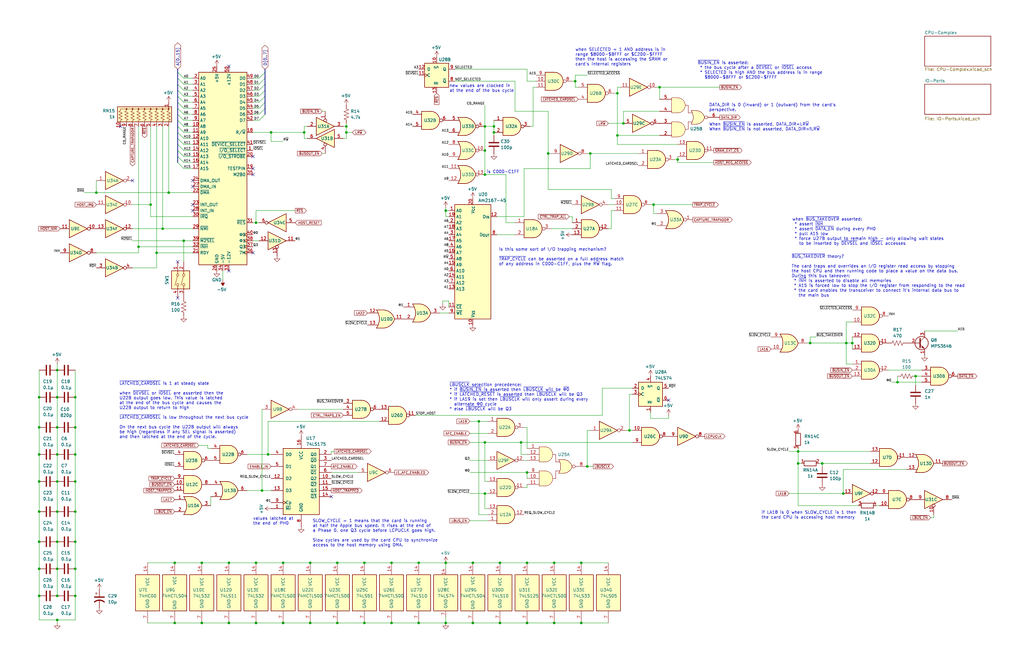
<source format=kicad_sch>
(kicad_sch (version 20231120) (generator "eeschema") (generator_version "8.0")
  (paper "USLedger")
  (title_block (title "Adaptive Peripherals G32 Adaptive Firmware Card") (date "2024-04-02") (rev "D") (comment 2 "captured by Mark Aikens") (comment 3 "by Adaptive Peripherals") (comment 4 "G32 Adaptive Firmware Card"))
  (junction (at 73.66 237.49))
  (junction (at 63.5 86.36))
  (junction (at 16.51 203.2))
  (junction (at 142.24 237.49))
  (junction (at 336.55 195.58))
  (junction (at 66.04 106.68))
  (junction (at 24.13 261.62))
  (junction (at 31.75 203.2))
  (junction (at 113.03 191.77))
  (junction (at 262.89 52.07))
  (junction (at 210.82 237.49))
  (junction (at 386.08 158.75))
  (junction (at 204.47 208.28))
  (junction (at 359.41 144.78))
  (junction (at 58.42 104.14))
  (junction (at 16.51 251.46))
  (junction (at 119.38 237.49))
  (junction (at 204.47 73.66))
  (junction (at 275.59 86.36))
  (junction (at 31.75 228.6))
  (junction (at 110.49 207.01))
  (junction (at 128.27 55.88))
  (junction (at 85.09 262.89))
  (junction (at 107.95 262.89))
  (junction (at 265.43 181.61))
  (junction (at 16.51 215.9))
  (junction (at 208.28 53.34))
  (junction (at 31.75 167.64))
  (junction (at 24.13 240.03))
  (junction (at 346.71 195.58))
  (junction (at 114.3 55.88))
  (junction (at 146.05 55.88))
  (junction (at 85.09 237.49))
  (junction (at 130.81 237.49))
  (junction (at 260.35 57.15))
  (junction (at 199.39 237.49))
  (junction (at 245.11 262.89))
  (junction (at 24.13 180.34))
  (junction (at 231.14 64.77))
  (junction (at 176.53 262.89))
  (junction (at 31.75 191.77))
  (junction (at 40.64 81.28))
  (junction (at 336.55 190.5))
  (junction (at 233.68 237.49))
  (junction (at 71.12 81.28))
  (junction (at 242.57 34.29))
  (junction (at 204.47 53.34))
  (junction (at 222.25 237.49))
  (junction (at 187.96 262.89))
  (junction (at 165.1 262.89))
  (junction (at 165.1 237.49))
  (junction (at 24.13 203.2))
  (junction (at 201.93 177.8))
  (junction (at 31.75 240.03))
  (junction (at 176.53 237.49))
  (junction (at 107.95 93.98))
  (junction (at 16.51 228.6))
  (junction (at 278.13 36.83))
  (junction (at 204.47 186.69))
  (junction (at 96.52 237.49))
  (junction (at 24.13 215.9))
  (junction (at 199.39 262.89))
  (junction (at 153.67 262.89))
  (junction (at 285.75 67.31))
  (junction (at 16.51 240.03))
  (junction (at 187.96 237.49))
  (junction (at 24.13 228.6))
  (junction (at 146.05 53.34))
  (junction (at 16.51 167.64))
  (junction (at 31.75 180.34))
  (junction (at 222.25 199.39))
  (junction (at 73.66 262.89))
  (junction (at 260.35 39.37))
  (junction (at 96.52 262.89))
  (junction (at 24.13 156.21))
  (junction (at 119.38 262.89))
  (junction (at 107.95 237.49))
  (junction (at 142.24 262.89))
  (junction (at 245.11 237.49))
  (junction (at 16.51 180.34))
  (junction (at 208.28 55.88))
  (junction (at 219.71 186.69))
  (junction (at 31.75 215.9))
  (junction (at 248.92 64.77))
  (junction (at 341.63 144.78))
  (junction (at 24.13 251.46))
  (junction (at 204.47 63.5))
  (junction (at 24.13 191.77))
  (junction (at 356.87 144.78))
  (junction (at 210.82 262.89))
  (junction (at 24.13 167.64))
  (junction (at 16.51 191.77))
  (junction (at 130.81 262.89))
  (junction (at 31.75 251.46))
  (junction (at 187.96 88.9))
  (junction (at 153.67 237.49))
  (junction (at 77.47 101.6))
  (junction (at 222.25 262.89))
  (junction (at 233.68 262.89))
  (junction (at 378.46 161.29))
  (junction (at 247.65 196.85))
  (junction (at 68.58 96.52))
  (junction (at 355.6 208.28))
  (no_connect (at 50.8 53.34))
  (no_connect (at 81.28 88.9))
  (no_connect (at 106.68 71.12))
  (no_connect (at 74.93 125.73))
  (no_connect (at 81.28 78.74))
  (no_connect (at 139.7 209.55))
  (no_connect (at 81.28 86.36))
  (no_connect (at 55.88 76.2))
  (no_connect (at 106.68 73.66))
  (no_connect (at 74.93 110.49))
  (no_connect (at 106.68 66.04))
  (no_connect (at 96.52 114.3))
  (no_connect (at 106.68 106.68))
  (no_connect (at 281.94 168.91))
  (no_connect (at 96.52 27.94))
  (no_connect (at 81.28 76.2))
  (bus_entry (at 74.93 68.58) (size 2.54 2.54))
  (bus_entry (at 74.93 33.02) (size 2.54 2.54))
  (bus_entry (at 74.93 38.1) (size 2.54 2.54))
  (bus_entry (at 111.76 33.02) (size -2.54 2.54))
  (bus_entry (at 74.93 35.56) (size 2.54 2.54))
  (bus_entry (at 74.93 53.34) (size 2.54 2.54))
  (bus_entry (at 74.93 66.04) (size 2.54 2.54))
  (bus_entry (at 74.93 45.72) (size 2.54 2.54))
  (bus_entry (at 74.93 58.42) (size 2.54 2.54))
  (bus_entry (at 111.76 48.26) (size -2.54 2.54))
  (bus_entry (at 74.93 40.64) (size 2.54 2.54))
  (bus_entry (at 74.93 48.26) (size 2.54 2.54))
  (bus_entry (at 74.93 43.18) (size 2.54 2.54))
  (bus_entry (at 111.76 43.18) (size -2.54 2.54))
  (bus_entry (at 74.93 63.5) (size 2.54 2.54))
  (bus_entry (at 111.76 38.1) (size -2.54 2.54))
  (bus_entry (at 74.93 50.8) (size 2.54 2.54))
  (bus_entry (at 74.93 60.96) (size 2.54 2.54))
  (bus_entry (at 111.76 30.48) (size -2.54 2.54))
  (bus_entry (at 74.93 30.48) (size 2.54 2.54))
  (bus_entry (at 111.76 35.56) (size -2.54 2.54))
  (bus_entry (at 111.76 45.72) (size -2.54 2.54))
  (bus_entry (at 74.93 55.88) (size 2.54 2.54))
  (bus_entry (at 111.76 40.64) (size -2.54 2.54))
  (wire (pts (xy 208.28 50.8) (xy 208.28 53.34)))
  (wire (pts (xy 185.42 132.08) (xy 189.23 132.08)))
  (wire (pts (xy 77.47 68.58) (xy 81.28 68.58)))
  (wire (pts (xy 224.79 36.83) (xy 226.06 36.83)))
  (wire (pts (xy 40.64 106.68) (xy 58.42 106.68)))
  (wire (pts (xy 55.88 113.03) (xy 66.04 113.03)))
  (wire (pts (xy 403.86 139.7) (xy 389.89 139.7)))
  (wire (pts (xy 62.23 237.49) (xy 73.66 237.49)))
  (wire (pts (xy 106.68 101.6) (xy 109.22 101.6)))
  (wire (pts (xy 378.46 161.29) (xy 388.62 161.29)))
  (wire (pts (xy 209.55 91.44) (xy 220.98 91.44)))
  (wire (pts (xy 139.7 199.39) (xy 151.13 199.39)))
  (wire (pts (xy 386.08 158.75) (xy 386.08 162.56)))
  (wire (pts (xy 71.12 53.34) (xy 71.12 81.28)))
  (wire (pts (xy 356.87 135.89) (xy 359.41 135.89)))
  (wire (pts (xy 257.81 83.82) (xy 259.08 83.82)))
  (wire (pts (xy 247.65 196.85) (xy 250.19 196.85)))
  (wire (pts (xy 35.56 81.28) (xy 40.64 81.28)))
  (wire (pts (xy 107.95 262.89) (xy 119.38 262.89)))
  (wire (pts (xy 31.75 251.46) (xy 31.75 261.62)))
  (wire (pts (xy 77.47 101.6) (xy 77.47 110.49)))
  (wire (pts (xy 222.25 237.49) (xy 233.68 237.49)))
  (bus (pts (xy 111.76 29.21) (xy 111.76 30.48)))
  (wire (pts (xy 130.81 262.89) (xy 142.24 262.89)))
  (wire (pts (xy 245.11 237.49) (xy 256.54 237.49)))
  (wire (pts (xy 142.24 237.49) (xy 153.67 237.49)))
  (wire (pts (xy 77.47 35.56) (xy 81.28 35.56)))
  (wire (pts (xy 58.42 53.34) (xy 58.42 104.14)))
  (wire (pts (xy 77.47 40.64) (xy 81.28 40.64)))
  (wire (pts (xy 219.71 186.69) (xy 266.7 186.69)))
  (wire (pts (xy 336.55 190.5) (xy 336.55 195.58)))
  (wire (pts (xy 256.54 86.36) (xy 259.08 86.36)))
  (wire (pts (xy 85.09 237.49) (xy 96.52 237.49)))
  (wire (pts (xy 231.14 46.99) (xy 231.14 64.77)))
  (wire (pts (xy 232.41 96.52) (xy 241.3 96.52)))
  (wire (pts (xy 336.55 190.5) (xy 336.55 189.23)))
  (wire (pts (xy 24.13 215.9) (xy 24.13 228.6)))
  (wire (pts (xy 191.77 34.29) (xy 217.17 34.29)))
  (wire (pts (xy 281.94 176.53) (xy 281.94 175.26)))
  (bus (pts (xy 74.93 63.5) (xy 74.93 66.04)))
  (wire (pts (xy 85.09 262.89) (xy 96.52 262.89)))
  (wire (pts (xy 73.66 237.49) (xy 85.09 237.49)))
  (wire (pts (xy 40.64 81.28) (xy 71.12 81.28)))
  (wire (pts (xy 110.49 172.72) (xy 110.49 207.01)))
  (wire (pts (xy 107.95 93.98) (xy 106.68 93.98)))
  (wire (pts (xy 66.04 53.34) (xy 66.04 106.68)))
  (wire (pts (xy 292.1 86.36) (xy 275.59 86.36)))
  (wire (pts (xy 55.88 101.6) (xy 77.47 101.6)))
  (wire (pts (xy 222.25 199.39) (xy 222.25 201.93)))
  (wire (pts (xy 209.55 99.06) (xy 217.17 99.06)))
  (wire (pts (xy 220.98 71.12) (xy 248.92 71.12)))
  (wire (pts (xy 204.47 203.2) (xy 205.74 203.2)))
  (wire (pts (xy 40.64 76.2) (xy 40.64 81.28)))
  (wire (pts (xy 96.52 237.49) (xy 107.95 237.49)))
  (wire (pts (xy 16.51 203.2) (xy 16.51 215.9)))
  (wire (pts (xy 356.87 144.78) (xy 356.87 153.67)))
  (wire (pts (xy 106.68 45.72) (xy 109.22 45.72)))
  (wire (pts (xy 189.23 91.44) (xy 187.96 91.44)))
  (wire (pts (xy 248.92 64.77) (xy 248.92 71.12)))
  (wire (pts (xy 388.62 158.75) (xy 386.08 158.75)))
  (wire (pts (xy 213.36 73.66) (xy 213.36 93.98)))
  (wire (pts (xy 222.25 34.29) (xy 222.25 29.21)))
  (wire (pts (xy 241.3 34.29) (xy 242.57 34.29)))
  (wire (pts (xy 248.92 64.77) (xy 269.24 64.77)))
  (wire (pts (xy 31.75 156.21) (xy 31.75 167.64)))
  (wire (pts (xy 242.57 31.75) (xy 242.57 34.29)))
  (wire (pts (xy 198.12 177.8) (xy 201.93 177.8)))
  (wire (pts (xy 204.47 186.69) (xy 219.71 186.69)))
  (wire (pts (xy 31.75 191.77) (xy 31.75 203.2)))
  (wire (pts (xy 119.38 237.49) (xy 130.81 237.49)))
  (wire (pts (xy 144.78 53.34) (xy 146.05 53.34)))
  (bus (pts (xy 74.93 58.42) (xy 74.93 60.96)))
  (wire (pts (xy 257.81 96.52) (xy 256.54 96.52)))
  (wire (pts (xy 16.51 167.64) (xy 16.51 180.34)))
  (wire (pts (xy 107.95 88.9) (xy 107.95 93.98)))
  (wire (pts (xy 77.47 71.12) (xy 81.28 71.12)))
  (wire (pts (xy 285.75 66.04) (xy 285.75 67.31)))
  (bus (pts (xy 74.93 60.96) (xy 74.93 63.5)))
  (wire (pts (xy 265.43 181.61) (xy 264.16 181.61)))
  (wire (pts (xy 204.47 63.5) (xy 204.47 53.34)))
  (wire (pts (xy 220.98 194.31) (xy 222.25 194.31)))
  (wire (pts (xy 68.58 96.52) (xy 81.28 96.52)))
  (wire (pts (xy 31.75 261.62) (xy 24.13 261.62)))
  (wire (pts (xy 242.57 31.75) (xy 247.65 31.75)))
  (wire (pts (xy 77.47 66.04) (xy 81.28 66.04)))
  (wire (pts (xy 198.12 199.39) (xy 222.25 199.39)))
  (wire (pts (xy 146.05 58.42) (xy 144.78 58.42)))
  (wire (pts (xy 276.86 90.17) (xy 275.59 90.17)))
  (wire (pts (xy 278.13 36.83) (xy 303.53 36.83)))
  (wire (pts (xy 153.67 237.49) (xy 165.1 237.49)))
  (wire (pts (xy 204.47 44.45) (xy 204.47 53.34)))
  (wire (pts (xy 114.3 55.88) (xy 106.68 55.88)))
  (wire (pts (xy 341.63 142.24) (xy 344.17 142.24)))
  (wire (pts (xy 146.05 55.88) (xy 146.05 58.42)))
  (wire (pts (xy 245.11 262.89) (xy 256.54 262.89)))
  (bus (pts (xy 111.76 38.1) (xy 111.76 35.56)))
  (wire (pts (xy 186.69 127) (xy 186.69 128.27)))
  (wire (pts (xy 77.47 48.26) (xy 81.28 48.26)))
  (wire (pts (xy 106.68 38.1) (xy 109.22 38.1)))
  (wire (pts (xy 77.47 55.88) (xy 81.28 55.88)))
  (wire (pts (xy 341.63 144.78) (xy 340.36 144.78)))
  (wire (pts (xy 16.51 251.46) (xy 16.51 261.62)))
  (wire (pts (xy 198.12 182.88) (xy 205.74 182.88)))
  (bus (pts (xy 111.76 38.1) (xy 111.76 40.64)))
  (wire (pts (xy 24.13 156.21) (xy 24.13 167.64)))
  (wire (pts (xy 359.41 144.78) (xy 359.41 147.32)))
  (wire (pts (xy 175.26 175.26) (xy 254 175.26)))
  (wire (pts (xy 165.1 262.89) (xy 176.53 262.89)))
  (wire (pts (xy 370.84 213.36) (xy 369.57 213.36)))
  (wire (pts (xy 382.27 198.12) (xy 355.6 198.12)))
  (wire (pts (xy 31.75 215.9) (xy 31.75 228.6)))
  (bus (pts (xy 111.76 40.64) (xy 111.76 43.18)))
  (wire (pts (xy 106.68 35.56) (xy 109.22 35.56)))
  (wire (pts (xy 199.39 262.89) (xy 210.82 262.89)))
  (wire (pts (xy 31.75 240.03) (xy 31.75 251.46)))
  (bus (pts (xy 74.93 45.72) (xy 74.93 48.26)))
  (wire (pts (xy 201.93 177.8) (xy 205.74 177.8)))
  (wire (pts (xy 257.81 80.01) (xy 257.81 83.82)))
  (wire (pts (xy 208.28 55.88) (xy 208.28 53.34)))
  (wire (pts (xy 77.47 38.1) (xy 81.28 38.1)))
  (wire (pts (xy 63.5 91.44) (xy 81.28 91.44)))
  (wire (pts (xy 77.47 101.6) (xy 81.28 101.6)))
  (wire (pts (xy 77.47 63.5) (xy 81.28 63.5)))
  (wire (pts (xy 341.63 144.78) (xy 356.87 144.78)))
  (wire (pts (xy 96.52 262.89) (xy 107.95 262.89)))
  (wire (pts (xy 220.98 205.74) (xy 222.25 205.74)))
  (wire (pts (xy 275.59 90.17) (xy 275.59 86.36)))
  (wire (pts (xy 113.03 177.8) (xy 160.02 177.8)))
  (wire (pts (xy 24.13 228.6) (xy 24.13 240.03)))
  (wire (pts (xy 198.12 186.69) (xy 204.47 186.69)))
  (wire (pts (xy 77.47 60.96) (xy 81.28 60.96)))
  (wire (pts (xy 204.47 53.34) (xy 208.28 53.34)))
  (wire (pts (xy 24.13 191.77) (xy 24.13 203.2)))
  (wire (pts (xy 63.5 53.34) (xy 63.5 86.36)))
  (wire (pts (xy 113.03 177.8) (xy 113.03 191.77)))
  (bus (pts (xy 111.76 45.72) (xy 111.76 48.26)))
  (wire (pts (xy 77.47 43.18) (xy 81.28 43.18)))
  (wire (pts (xy 146.05 55.88) (xy 148.59 55.88)))
  (wire (pts (xy 16.51 215.9) (xy 16.51 228.6)))
  (wire (pts (xy 24.13 261.62) (xy 16.51 261.62)))
  (wire (pts (xy 58.42 104.14) (xy 81.28 104.14)))
  (wire (pts (xy 356.87 153.67) (xy 359.41 153.67)))
  (wire (pts (xy 77.47 53.34) (xy 81.28 53.34)))
  (wire (pts (xy 201.93 217.17) (xy 205.74 217.17)))
  (wire (pts (xy 278.13 46.99) (xy 262.89 46.99)))
  (bus (pts (xy 74.93 40.64) (xy 74.93 43.18)))
  (wire (pts (xy 210.82 237.49) (xy 222.25 237.49)))
  (wire (pts (xy 128.27 53.34) (xy 129.54 53.34)))
  (wire (pts (xy 31.75 203.2) (xy 31.75 215.9)))
  (wire (pts (xy 77.47 58.42) (xy 81.28 58.42)))
  (wire (pts (xy 16.51 240.03) (xy 16.51 251.46)))
  (wire (pts (xy 16.51 191.77) (xy 16.51 203.2)))
  (bus (pts (xy 74.93 66.04) (xy 74.93 68.58)))
  (wire (pts (xy 114.3 59.69) (xy 114.3 55.88)))
  (wire (pts (xy 222.25 180.34) (xy 220.98 180.34)))
  (wire (pts (xy 393.7 218.44) (xy 393.7 217.17)))
  (wire (pts (xy 187.96 262.89) (xy 187.96 260.35)))
  (wire (pts (xy 187.96 262.89) (xy 199.39 262.89)))
  (wire (pts (xy 129.54 58.42) (xy 128.27 58.42)))
  (wire (pts (xy 198.12 219.71) (xy 205.74 219.71)))
  (wire (pts (xy 199.39 237.49) (xy 210.82 237.49)))
  (wire (pts (xy 375.92 161.29) (xy 378.46 161.29)))
  (wire (pts (xy 204.47 73.66) (xy 213.36 73.66)))
  (wire (pts (xy 31.75 167.64) (xy 31.75 180.34)))
  (wire (pts (xy 265.43 181.61) (xy 266.7 181.61)))
  (wire (pts (xy 24.13 167.64) (xy 24.13 180.34)))
  (wire (pts (xy 176.53 237.49) (xy 187.96 237.49)))
  (bus (pts (xy 74.93 30.48) (xy 74.93 33.02)))
  (wire (pts (xy 231.14 64.77) (xy 232.41 64.77)))
  (wire (pts (xy 135.89 46.99) (xy 137.16 46.99)))
  (bus (pts (xy 74.93 53.34) (xy 74.93 55.88)))
  (wire (pts (xy 260.35 60.96) (xy 285.75 60.96)))
  (wire (pts (xy 217.17 46.99) (xy 231.14 46.99)))
  (wire (pts (xy 139.7 190.5) (xy 139.7 191.77)))
  (wire (pts (xy 224.79 53.34) (xy 224.79 36.83)))
  (wire (pts (xy 355.6 198.12) (xy 355.6 208.28)))
  (wire (pts (xy 77.47 33.02) (xy 81.28 33.02)))
  (wire (pts (xy 93.98 114.3) (xy 93.98 118.11)))
  (wire (pts (xy 66.04 106.68) (xy 81.28 106.68)))
  (wire (pts (xy 83.82 187.96) (xy 87.63 187.96)))
  (wire (pts (xy 176.53 262.89) (xy 187.96 262.89)))
  (wire (pts (xy 222.25 205.74) (xy 222.25 204.47)))
  (wire (pts (xy 204.47 186.69) (xy 204.47 203.2)))
  (wire (pts (xy 106.68 33.02) (xy 109.22 33.02)))
  (wire (pts (xy 198.12 208.28) (xy 204.47 208.28)))
  (wire (pts (xy 88.9 209.55) (xy 88.9 213.36)))
  (wire (pts (xy 231.14 64.77) (xy 231.14 80.01)))
  (wire (pts (xy 71.12 81.28) (xy 81.28 81.28)))
  (wire (pts (xy 210.82 262.89) (xy 222.25 262.89)))
  (wire (pts (xy 187.96 88.9) (xy 187.96 87.63)))
  (wire (pts (xy 257.81 88.9) (xy 259.08 88.9)))
  (wire (pts (xy 204.47 208.28) (xy 205.74 208.28)))
  (wire (pts (xy 106.68 40.64) (xy 109.22 40.64)))
  (wire (pts (xy 87.63 187.96) (xy 87.63 189.23)))
  (wire (pts (xy 165.1 237.49) (xy 176.53 237.49)))
  (wire (pts (xy 219.71 186.69) (xy 219.71 191.77)))
  (wire (pts (xy 24.13 203.2) (xy 24.13 215.9)))
  (wire (pts (xy 146.05 53.34) (xy 146.05 55.88)))
  (wire (pts (xy 336.55 195.58) (xy 336.55 213.36)))
  (bus (pts (xy 74.93 35.56) (xy 74.93 38.1)))
  (wire (pts (xy 107.95 88.9) (xy 124.46 88.9)))
  (wire (pts (xy 259.08 39.37) (xy 260.35 39.37)))
  (wire (pts (xy 336.55 213.36) (xy 361.95 213.36)))
  (wire (pts (xy 24.13 240.03) (xy 24.13 251.46)))
  (wire (pts (xy 135.89 64.77) (xy 137.16 64.77)))
  (wire (pts (xy 58.42 106.68) (xy 58.42 104.14)))
  (wire (pts (xy 285.75 67.31) (xy 285.75 68.58)))
  (wire (pts (xy 55.88 86.36) (xy 63.5 86.36)))
  (wire (pts (xy 248.92 64.77) (xy 247.65 64.77)))
  (wire (pts (xy 222.25 180.34) (xy 222.25 189.23)))
  (wire (pts (xy 187.96 237.49) (xy 199.39 237.49)))
  (wire (pts (xy 66.04 113.03) (xy 66.04 106.68)))
  (wire (pts (xy 336.55 195.58) (xy 337.82 195.58)))
  (wire (pts (xy 113.03 191.77) (xy 104.14 191.77)))
  (wire (pts (xy 388.62 156.21) (xy 374.65 156.21)))
  (wire (pts (xy 87.63 189.23) (xy 88.9 189.23)))
  (wire (pts (xy 106.68 48.26) (xy 109.22 48.26)))
  (wire (pts (xy 24.13 180.34) (xy 24.13 191.77)))
  (bus (pts (xy 74.93 55.88) (xy 74.93 58.42)))
  (wire (pts (xy 128.27 55.88) (xy 128.27 58.42)))
  (wire (pts (xy 332.74 190.5) (xy 336.55 190.5)))
  (wire (pts (xy 260.35 57.15) (xy 260.35 60.96)))
  (wire (pts (xy 24.13 261.62) (xy 24.13 262.89)))
  (wire (pts (xy 55.88 96.52) (xy 68.58 96.52)))
  (wire (pts (xy 63.5 86.36) (xy 63.5 91.44)))
  (wire (pts (xy 140.97 190.5) (xy 139.7 190.5)))
  (wire (pts (xy 233.68 262.89) (xy 245.11 262.89)))
  (wire (pts (xy 107.95 237.49) (xy 119.38 237.49)))
  (wire (pts (xy 242.57 34.29) (xy 242.57 36.83)))
  (wire (pts (xy 356.87 135.89) (xy 356.87 144.78)))
  (wire (pts (xy 254 163.83) (xy 266.7 163.83)))
  (wire (pts (xy 62.23 262.89) (xy 73.66 262.89)))
  (wire (pts (xy 142.24 262.89) (xy 153.67 262.89)))
  (wire (pts (xy 16.51 228.6) (xy 16.51 240.03)))
  (bus (pts (xy 74.93 33.02) (xy 74.93 35.56)))
  (wire (pts (xy 104.14 207.01) (xy 110.49 207.01)))
  (wire (pts (xy 77.47 50.8) (xy 81.28 50.8)))
  (wire (pts (xy 265.43 181.61) (xy 265.43 166.37)))
  (bus (pts (xy 111.76 30.48) (xy 111.76 33.02)))
  (wire (pts (xy 392.43 218.44) (xy 393.7 218.44)))
  (wire (pts (xy 242.57 36.83) (xy 243.84 36.83)))
  (wire (pts (xy 256.54 52.07) (xy 262.89 52.07)))
  (wire (pts (xy 285.75 68.58) (xy 300.99 68.58)))
  (wire (pts (xy 274.32 176.53) (xy 274.32 173.99)))
  (bus (pts (xy 74.93 38.1) (xy 74.93 40.64)))
  (wire (pts (xy 187.96 88.9) (xy 189.23 88.9)))
  (bus (pts (xy 74.93 29.21) (xy 74.93 30.48)))
  (wire (pts (xy 262.89 46.99) (xy 262.89 52.07)))
  (wire (pts (xy 204.47 208.28) (xy 204.47 214.63)))
  (wire (pts (xy 220.98 91.44) (xy 220.98 71.12)))
  (wire (pts (xy 31.75 180.34) (xy 31.75 191.77)))
  (wire (pts (xy 257.81 88.9) (xy 257.81 96.52)))
  (wire (pts (xy 260.35 39.37) (xy 260.35 36.83)))
  (wire (pts (xy 106.68 43.18) (xy 109.22 43.18)))
  (wire (pts (xy 260.35 39.37) (xy 260.35 57.15)))
  (wire (pts (xy 16.51 156.21) (xy 16.51 167.64)))
  (wire (pts (xy 345.44 195.58) (xy 346.71 195.58)))
  (wire (pts (xy 113.03 191.77) (xy 114.3 191.77)))
  (wire (pts (xy 231.14 80.01) (xy 257.81 80.01)))
  (wire (pts (xy 346.71 195.58) (xy 367.03 195.58)))
  (wire (pts (xy 146.05 52.07) (xy 146.05 53.34)))
  (wire (pts (xy 341.63 142.24) (xy 341.63 144.78)))
  (wire (pts (xy 204.47 214.63) (xy 205.74 214.63)))
  (bus (pts (xy 74.93 48.26) (xy 74.93 50.8)))
  (wire (pts (xy 378.46 161.29) (xy 378.46 158.75)))
  (wire (pts (xy 274.32 176.53) (xy 281.94 176.53)))
  (wire (pts (xy 201.93 177.8) (xy 201.93 217.17)))
  (wire (pts (xy 265.43 166.37) (xy 266.7 166.37)))
  (bus (pts (xy 111.76 33.02) (xy 111.76 35.56)))
  (wire (pts (xy 213.36 93.98) (xy 217.17 93.98)))
  (wire (pts (xy 107.95 93.98) (xy 109.22 93.98)))
  (wire (pts (xy 68.58 53.34) (xy 68.58 96.52)))
  (wire (pts (xy 189.23 129.54) (xy 189.23 127)))
  (wire (pts (xy 119.38 262.89) (xy 130.81 262.89)))
  (wire (pts (xy 106.68 50.8) (xy 109.22 50.8)))
  (wire (pts (xy 332.74 208.28) (xy 355.6 208.28)))
  (wire (pts (xy 241.3 91.44) (xy 241.3 93.98)))
  (wire (pts (xy 16.51 180.34) (xy 16.51 191.77)))
  (bus (pts (xy 74.93 43.18) (xy 74.93 45.72)))
  (wire (pts (xy 248.92 181.61) (xy 247.65 181.61)))
  (bus (pts (xy 111.76 43.18) (xy 111.76 45.72)))
  (wire (pts (xy 223.52 53.34) (xy 224.79 53.34)))
  (bus (pts (xy 74.93 50.8) (xy 74.93 53.34)))
  (wire (pts (xy 114.3 207.01) (xy 110.49 207.01)))
  (wire (pts (xy 187.96 91.44) (xy 187.96 88.9)))
  (wire (pts (xy 128.27 55.88) (xy 128.27 53.34)))
  (wire (pts (xy 356.87 144.78) (xy 359.41 144.78)))
  (wire (pts (xy 189.23 127) (xy 186.69 127)))
  (wire (pts (xy 198.12 194.31) (xy 205.74 194.31)))
  (wire (pts (xy 247.65 181.61) (xy 247.65 196.85)))
  (wire (pts (xy 276.86 36.83) (xy 278.13 36.83)))
  (wire (pts (xy 359.41 142.24) (xy 359.41 144.78)))
  (wire (pts (xy 222.25 34.29) (xy 226.06 34.29)))
  (wire (pts (xy 275.59 86.36) (xy 274.32 86.36)))
  (wire (pts (xy 187.96 237.49) (xy 187.96 240.03)))
  (wire (pts (xy 119.38 59.69) (xy 114.3 59.69)))
  (wire (pts (xy 254 175.26) (xy 254 163.83)))
  (wire (pts (xy 260.35 36.83) (xy 261.62 36.83)))
  (wire (pts (xy 278.13 36.83) (xy 278.13 41.91)))
  (wire (pts (xy 204.47 73.66) (xy 204.47 63.5)))
  (wire (pts (xy 260.35 57.15) (xy 278.13 57.15)))
  (wire (pts (xy 285.75 67.31) (xy 284.48 67.31)))
  (wire (pts (xy 233.68 237.49) (xy 245.11 237.49)))
  (wire (pts (xy 222.25 262.89) (xy 233.68 262.89)))
  (wire (pts (xy 336.55 190.5) (xy 367.03 190.5)))
  (wire (pts (xy 346.71 196.85) (xy 346.71 195.58)))
  (wire (pts (xy 73.66 262.89) (xy 85.09 262.89)))
  (wire (pts (xy 77.47 45.72) (xy 81.28 45.72)))
  (wire (pts (xy 31.75 228.6) (xy 31.75 240.03)))
  (wire (pts (xy 153.67 262.89) (xy 165.1 262.89)))
  (wire (pts (xy 219.71 191.77) (xy 222.25 191.77)))
  (wire (pts (xy 114.3 55.88) (xy 128.27 55.88)))
  (wire (pts (xy 240.03 91.44) (xy 241.3 91.44)))
  (wire (pts (xy 125.73 172.72) (xy 144.78 172.72)))
  (wire (pts (xy 208.28 57.15) (xy 208.28 55.88)))
  (wire (pts (xy 24.13 153.67) (xy 24.13 156.21)))
  (wire (pts (xy 217.17 34.29) (xy 217.17 46.99)))
  (wire (pts (xy 222.25 29.21) (xy 191.77 29.21)))
  (wire (pts (xy 130.81 237.49) (xy 142.24 237.49)))
  (text "values latched at\nthe end of PH0" (at 106.68 219.964 0) (effects (font (size 1.27 1.27)) (justify left)))
  (text "~{BUSIN_EN} is asserted:\n * the bus cycle after a ~{DEVSEL} or ~{IOSEL} access\n * SELECTED is high AND the bus address is in range\n   $8000-$BFFF or $C200-$FFFF\n" (at 294.132 29.718 0) (effects (font (size 1.27 1.27)) (justify left)))
  (text "new values are clocked in\nat the end of the bus cycle" (at 189.484 37.338 0) (effects (font (size 1.27 1.27)) (justify left)))
  (text "is C000-C1FF" (at 212.09 72.644 0) (effects (font (size 1.27 1.27))))
  (text "when ~{BUS_TAKEOVER} asserted:\n * assert ~{INH}\n * assert ~{DATA_EN} during every PH0\n * pull A15 low\n * force U27B output to remain high - only allowing wait states\n   to be inserted by ~{DEVSEL} and ~{IOSEL} accesses" (at 334.01 97.79 0) (effects (font (size 1.27 1.27)) (justify left)))
  (text "~{LBUSCLK} selection precedence:\n* if ~{BUSIN_EN} is asserted then ~{LBUSCLK} will be ~{Φ0}\n* if ~{LATCHED_RESET} is asserted then ~{LBUSCLK} will be Q3\n* if LA19 is set then ~{LBUSCLK} will only assert during every\n  alternate Φ0 cycle\n* else ~{LBUSCLK} will be Q3" (at 189.484 167.64 0) (effects (font (size 1.27 1.27)) (justify left)))
  (text "SLOW_CYCLE = 1 means that the card is running\nat half the Apple bus speed. It rises at the end of\na Phase 0, one Q3 cycle before LCPUCLK goes high.\n\nSlow cycles are used by the card CPU to synchronize\naccess to the host memory using DMA." (at 131.826 225.044 0) (effects (font (size 1.27 1.27)) (justify left)))
  (text "~{BUS_TAKEOVER} theory?\n\nThe card traps and overrides an I/O register read access by stopping\nthe host CPU and then running code to place a value on the data bus.\nDuring this bus takeover:\n * ~{INH} is asserted to disable all memories\n * A15 is forced low to stop the I/O register from responding to the read\n * the card enables the transceiver to connect it's internal data bus to\n   the main bus" (at 333.756 116.586 0) (effects (font (size 1.27 1.27)) (justify left)))
  (text "is this some sort of I/O trapping mechanism?\n\n~{TRAP_CYCLE} can be asserted on a full address match\nof any address in C000-C1FF, plus the R~{W} flag." (at 210.312 108.458 0) (effects (font (size 1.27 1.27)) (justify left)))
  (text "when SELECTED = 1 AND address is in\nrange $8000-$BFFF or $C200-$FFFF\nthen the host is accessing the SRAM or\ncard's internal registers" (at 242.57 24.13 0) (effects (font (size 1.27 1.27)) (justify left)))
  (text "DATA_DIR is 0 (inward) or 1 (outward) from the card's\nperspective.\n\n\nWhen ~{BUSIN_EN} is asserted, DATA_DIR=LR~{W}\nWhen ~{BUSIN_EN} is not asserted, DATA_DIR=!LR~{W}" (at 298.958 49.53 0) (effects (font (size 1.27 1.27)) (justify left)))
  (text "~{LATCHED_CARDSEL} is 1 at steady state\n\nwhen ~{DEVSEL} or ~{IOSEL} are asserted then the\nU22B output goes low. This value is latched\nat the end of the bus cycle and causes the\nU22B output to return to high\n\n~{LATCHED_CARDSEL} is low throughout the next bus cycle\n\nOn the next bus cycle the U22B output will always\nbe high (regardless if any SEL signal is asserted)\nand then latched at the end of the cycle." (at 50.292 173.228 0) (effects (font (size 1.27 1.27)) (justify left)))
  (text "if LA18 is 0 when SLOW_CYCLE is 1 then\nthe card CPU is accessing host memory" (at 321.056 217.424 0) (effects (font (size 1.27 1.27)) (justify left)))
  (label "INH" (at 25.4 106.68 180) (effects (font (size 1 1))))
  (label "D4" (at 109.22 43.18 180) (effects (font (size 1 1))))
  (label "SELECTED" (at 191.77 29.21 0) (effects (font (size 1 1))))
  (label "Φ1" (at 170.18 129.54 180) (effects (font (size 1 1))))
  (label "A15" (at 226.06 31.75 180) (effects (font (size 1 1))))
  (label "A10" (at 77.47 58.42 0) (effects (font (size 1 1))))
  (label "A8" (at 77.47 53.34 0) (effects (font (size 1 1))))
  (label "Φ1" (at 276.86 95.25 180) (effects (font (size 1 1))))
  (label "~{DEVSEL}" (at 106.68 60.96 0) (effects (font (size 1 1))))
  (label "D1" (at 109.22 35.56 180) (effects (font (size 1 1))))
  (label "A6" (at 189.23 93.98 180) (effects (font (size 1 1))))
  (label "~{SELECTED_ACCESS}" (at 247.65 31.75 0) (effects (font (size 1 1))))
  (label "A4" (at 189.23 111.76 180) (effects (font (size 1 1))))
  (label "A5" (at 77.47 45.72 0) (effects (font (size 1 1))))
  (label "Q3" (at 198.12 194.31 180) (effects (font (size 1 1))))
  (label "R~{W}" (at 119.38 59.69 0) (effects (font (size 1 1))))
  (label "A4" (at 77.47 43.18 0) (effects (font (size 1 1))))
  (label "~{RDY}" (at 281.94 163.83 0) (effects (font (size 1 1))))
  (label "D3" (at 109.22 40.64 180) (effects (font (size 1 1))))
  (label "INH" (at 374.65 133.35 0) (effects (font (size 1 1))))
  (label "~{M2SEL}" (at 241.3 86.36 180) (effects (font (size 1 1))))
  (label "C0_RANGE" (at 53.34 53.34 270) (effects (font (size 1 1))))
  (label "~{SLOW_CYCLE}" (at 154.94 137.16 180) (effects (font (size 1 1))))
  (label "A7" (at 77.47 50.8 0) (effects (font (size 1 1))))
  (label "~{BUS_TAKEOVER}" (at 144.78 170.18 180) (effects (font (size 1 1))))
  (label "A15" (at 77.47 71.12 0) (effects (font (size 1 1))))
  (label "A4" (at 189.23 99.06 180) (effects (font (size 1 1))))
  (label "Φ1" (at 114.3 212.09 180) (effects (font (size 1 1))))
  (label "NOT_SELECTED" (at 191.77 34.29 0) (effects (font (size 1 1))))
  (label "A1" (at 77.47 35.56 0) (effects (font (size 1 1))))
  (label "~{SLOW_CYCLE}" (at 325.12 142.24 180) (effects (font (size 1 1))))
  (label "~{DEVSEL}" (at 176.53 31.75 180) (effects (font (size 1 1))))
  (label "D5" (at 109.22 45.72 180) (effects (font (size 1 1))))
  (label "A6" (at 77.47 48.26 0) (effects (font (size 1 1))))
  (label "A11" (at 77.47 60.96 0) (effects (font (size 1 1))))
  (label "R~{W}" (at 189.23 109.22 180) (effects (font (size 1 1))))
  (label "SLOW_CYCLE" (at 332.74 190.5 180) (effects (font (size 1 1))))
  (label "A12" (at 189.23 60.96 180) (effects (font (size 1 1))))
  (label "~{BUS_TAKEOVER}" (at 344.17 142.24 0) (effects (font (size 1 1))))
  (label "~{IOSEL}" (at 106.68 63.5 0) (effects (font (size 1 1))))
  (label "~{RDY}" (at 40.64 113.03 180) (effects (font (size 1 1))))
  (label "A13" (at 77.47 66.04 0) (effects (font (size 1 1))))
  (label "SLOW_CYCLE" (at 139.7 201.93 0) (effects (font (size 1 1))))
  (label "A8" (at 189.23 104.14 180) (effects (font (size 1 1))))
  (label "Φ0" (at 198.12 199.39 180) (effects (font (size 1 1))))
  (label "C0_RANGE" (at 204.47 44.45 180) (effects (font (size 1 1))))
  (label "A12" (at 77.47 63.5 0) (effects (font (size 1 1))))
  (label "Φ0" (at 106.68 99.06 0) (effects (font (size 1 1))))
  (label "STOP_HOST" (at 175.26 175.26 0) (effects (font (size 1 1))))
  (label "A6" (at 189.23 101.6 180) (effects (font (size 1 1))))
  (label "Φ0" (at 375.92 161.29 180) (effects (font (size 1 1))))
  (label "~{DEVSEL}" (at 73.66 191.77 180) (effects (font (size 1 1))))
  (label "A7" (at 189.23 96.52 180) (effects (font (size 1 1))))
  (label "A0" (at 77.47 33.02 0) (effects (font (size 1 1))))
  (label "A15" (at 173.99 48.26 180) (effects (font (size 1 1))))
  (label "A9" (at 189.23 76.2 180) (effects (font (size 1 1))))
  (label "A3" (at 176.53 29.21 180) (effects (font (size 1 1))))
  (label "~{SLOW_CYCLE}" (at 139.7 204.47 0) (effects (font (size 1 1))))
  (label "A10" (at 189.23 66.04 180) (effects (font (size 1 1))))
  (label "A9" (at 77.47 55.88 0) (effects (font (size 1 1))))
  (label "A3" (at 189.23 119.38 180) (effects (font (size 1 1))))
  (label "~{DMA}" (at 35.56 81.28 180) (effects (font (size 1 1))))
  (label "Q3" (at 106.68 104.14 0) (effects (font (size 1 1))))
  (label "LATCHED_CARDSEL" (at 139.7 194.31 0) (effects (font (size 1 1))))
  (label "D0" (at 109.22 33.02 180) (effects (font (size 1 1))))
  (label "~{SELECTED_ACCESS}" (at 359.41 130.81 180) (effects (font (size 1 1))))
  (label "A13" (at 189.23 55.88 180) (effects (font (size 1 1))))
  (label "D6" (at 109.22 48.26 180) (effects (font (size 1 1))))
  (label "REQ_SLOW_CYCLE" (at 220.98 217.17 0) (effects (font (size 1 1))))
  (label "A2" (at 77.47 38.1 0) (effects (font (size 1 1))))
  (label "~{SLOW_CYCLE}" (at 198.12 208.28 180) (effects (font (size 1 1))))
  (label "A15" (at 403.86 139.7 0) (effects (font (size 1 1))))
  (label "LATCHED_CARDSEL" (at 269.24 69.85 180) (effects (font (size 1 1))))
  (label "A0" (at 189.23 114.3 180) (effects (font (size 1 1))))
  (label "~{M2SEL}" (at 55.88 101.6 180) (effects (font (size 1 1))))
  (label "A11" (at 189.23 71.12 180) (effects (font (size 1 1))))
  (label "A5" (at 189.23 106.68 180) (effects (font (size 1 1))))
  (label "D2" (at 109.22 38.1 180) (effects (font (size 1 1))))
  (label "A3" (at 77.47 40.64 0) (effects (font (size 1 1))))
  (label "A14" (at 77.47 68.58 0) (effects (font (size 1 1))))
  (label "~{IOSEL}" (at 73.66 196.85 180) (effects (font (size 1 1))))
  (label "A14" (at 173.99 53.34 180) (effects (font (size 1 1))))
  (label "REQ_SLOW_CYCLE" (at 114.3 201.93 180) (effects (font (size 1 1))))
  (label "A2" (at 189.23 116.84 180) (effects (font (size 1 1))))
  (label "Φ1" (at 124.46 101.6 0) (effects (font (size 1 1))))
  (label "D7" (at 109.22 50.8 180) (effects (font (size 1 1))))
  (label "~{DMA}" (at 401.32 210.82 0) (effects (font (size 1 1))))
  (label "A1" (at 189.23 121.92 180) (effects (font (size 1 1))))
  (global_label "~{BUSOUT_EN}" (shape input) (at 73.66 204.47 180) (effects (font (size 1 1))) (property "Intersheetrefs" "${INTERSHEET_REFS}" (effects (hide yes))))
  (global_label "~{LBUS_EN}" (shape input) (at 73.66 215.9 180) (effects (font (size 1 1))) (property "Intersheetrefs" "${INTERSHEET_REFS}" (effects (hide yes))))
  (global_label "LA19" (shape input) (at 198.12 177.8 180) (effects (font (size 1 1))) (property "Intersheetrefs" "${INTERSHEET_REFS}" (effects (hide yes))))
  (global_label "LCPUCLK" (shape output) (at 297.18 184.15 0) (effects (font (size 1 1))) (property "Intersheetrefs" "${INTERSHEET_REFS}" (effects (hide yes))))
  (global_label "~{HOST_TRAPPED}" (shape input) (at 73.66 207.01 180) (effects (font (size 1 1))) (property "Intersheetrefs" "${INTERSHEET_REFS}" (effects (hide yes))))
  (global_label "~{LATCHED_CARDSEL}" (shape input) (at 83.82 187.96 180) (effects (font (size 1 1))) (property "Intersheetrefs" "${INTERSHEET_REFS}" (effects (hide yes))))
  (global_label "HOST_IRQ" (shape input) (at 40.64 86.36 180) (effects (font (size 1 1))) (property "Intersheetrefs" "${INTERSHEET_REFS}" (effects (hide yes))))
  (global_label "~{BUSIN_EN}" (shape input) (at 198.12 186.69 180) (effects (font (size 1 1))) (property "Intersheetrefs" "${INTERSHEET_REFS}" (effects (hide yes))))
  (global_label "~{RES}" (shape output) (at 124.46 88.9 0) (effects (font (size 1 1))) (property "Intersheetrefs" "${INTERSHEET_REFS}" (effects (hide yes))))
  (global_label "~{BUSIN_EN}" (shape output) (at 303.53 36.83 0) (effects (font (size 1 1))) (property "Intersheetrefs" "${INTERSHEET_REFS}" (effects (hide yes))))
  (global_label "ENABLE_IN" (shape input) (at 114.3 196.85 180) (effects (font (size 1 1))) (property "Intersheetrefs" "${INTERSHEET_REFS}" (effects (hide yes))))
  (global_label "~{LATCHED_CARDSEL}" (shape input) (at 243.84 41.91 180) (effects (font (size 1 1))) (property "Intersheetrefs" "${INTERSHEET_REFS}" (effects (hide yes))))
  (global_label "~{DATA_EN}" (shape output) (at 403.86 158.75 0) (effects (font (size 1 1))) (property "Intersheetrefs" "${INTERSHEET_REFS}" (effects (hide yes))))
  (global_label "DATA_DIR" (shape output) (at 303.53 49.53 0) (effects (font (size 1 1))) (property "Intersheetrefs" "${INTERSHEET_REFS}" (effects (hide yes))))
  (global_label "LA22" (shape input) (at 154.94 132.08 180) (effects (font (size 1 1))) (property "Intersheetrefs" "${INTERSHEET_REFS}" (effects (hide yes))))
  (global_label "~{TRAP_CYCLE}" (shape input) (at 73.66 201.93 180) (effects (font (size 1 1))) (property "Intersheetrefs" "${INTERSHEET_REFS}" (effects (hide yes))))
  (global_label "AFC_ENABLE" (shape output) (at 139.7 196.85 0) (effects (font (size 1 1))) (property "Intersheetrefs" "${INTERSHEET_REFS}" (effects (hide yes))))
  (global_label "~{TRAP_CYCLE}" (shape output) (at 292.1 86.36 0) (effects (font (size 1 1))) (property "Intersheetrefs" "${INTERSHEET_REFS}" (effects (hide yes))))
  (global_label "~{LBUS_EN}" (shape input) (at 392.43 218.44 180) (effects (font (size 1 1))) (property "Intersheetrefs" "${INTERSHEET_REFS}" (effects (hide yes))))
  (global_label "LR~{W}" (shape input) (at 256.54 52.07 180) (effects (font (size 1 1))) (property "Intersheetrefs" "${INTERSHEET_REFS}" (effects (hide yes))))
  (global_label "~{SRAM_EXT_CS}" (shape output) (at 300.99 63.5 0) (effects (font (size 1 1))) (property "Intersheetrefs" "${INTERSHEET_REFS}" (effects (hide yes))))
  (global_label "~{BUSIN_EN}" (shape input) (at 135.89 46.99 180) (effects (font (size 1 1))) (property "Intersheetrefs" "${INTERSHEET_REFS}" (effects (hide yes))))
  (global_label "~{LATCHED_CARDSEL}" (shape output) (at 140.97 190.5 0) (effects (font (size 1 1))) (property "Intersheetrefs" "${INTERSHEET_REFS}" (effects (hide yes))))
  (global_label "~{BUSOUT_EN}" (shape input) (at 359.41 158.75 180) (effects (font (size 1 1))) (property "Intersheetrefs" "${INTERSHEET_REFS}" (effects (hide yes))))
  (global_label "~{HOST_TRAPPED}" (shape output) (at 139.7 207.01 0) (effects (font (size 1 1))) (property "Intersheetrefs" "${INTERSHEET_REFS}" (effects (hide yes))))
  (global_label "~{RES}" (shape input) (at 184.15 39.37 270) (effects (font (size 1 1))) (property "Intersheetrefs" "${INTERSHEET_REFS}" (effects (hide yes))))
  (global_label "~{HOST_NMI}" (shape input) (at 25.4 96.52 180) (effects (font (size 1 1))) (property "Intersheetrefs" "${INTERSHEET_REFS}" (effects (hide yes))))
  (global_label "LR~{W}" (shape bidirectional) (at 148.59 55.88 0) (effects (font (size 1 1))) (property "Intersheetrefs" "${INTERSHEET_REFS}" (effects (hide yes))))
  (global_label "~{RES}" (shape output) (at 60.96 53.34 270) (effects (font (size 1 1))) (property "Intersheetrefs" "${INTERSHEET_REFS}" (effects (hide yes))))
  (global_label "CTRL_TRAPS_EN" (shape input) (at 144.78 175.26 180) (effects (font (size 1 1))) (property "Intersheetrefs" "${INTERSHEET_REFS}" (effects (hide yes))))
  (global_label "D[0..7]" (shape tri_state) (at 111.76 29.21 90) (property "Intersheetrefs" "${INTERSHEET_REFS}" (effects (hide yes))))
  (global_label "J1_AFC_ENABLED" (shape output) (at 166.37 199.39 0) (effects (font (size 1 1))) (property "Intersheetrefs" "${INTERSHEET_REFS}" (effects (hide yes))))
  (global_label "A[0..15]" (shape bidirectional) (at 74.93 29.21 90) (property "Intersheetrefs" "${INTERSHEET_REFS}" (effects (hide yes))))
  (global_label "LBUS_EN" (shape input) (at 198.12 219.71 180) (effects (font (size 1 1))) (property "Intersheetrefs" "${INTERSHEET_REFS}" (effects (hide yes))))
  (global_label "CAPTURE_TRAPADDR" (shape output) (at 292.1 92.71 0) (effects (font (size 1 1))) (property "Intersheetrefs" "${INTERSHEET_REFS}" (effects (hide yes))))
  (global_label "~{LBUSCLK}" (shape output) (at 250.19 196.85 0) (effects (font (size 1 1))) (property "Intersheetrefs" "${INTERSHEET_REFS}" (effects (hide yes))))
  (global_label "~{CTRL_TRAP_ALL}" (shape input) (at 240.03 91.44 180) (effects (font (size 1 1))) (property "Intersheetrefs" "${INTERSHEET_REFS}" (effects (hide yes))))
  (global_label "~{BUSIN_EN}" (shape input) (at 359.41 156.21 180) (effects (font (size 1 1))) (property "Intersheetrefs" "${INTERSHEET_REFS}" (effects (hide yes))))
  (global_label "~{HOST_REG_ACCESS}" (shape output) (at 300.99 68.58 0) (effects (font (size 1 1))) (property "Intersheetrefs" "${INTERSHEET_REFS}" (effects (hide yes))))
  (global_label "LA18" (shape input) (at 332.74 208.28 180) (effects (font (size 1 1))) (property "Intersheetrefs" "${INTERSHEET_REFS}" (effects (hide yes))))
  (global_label "~{BUSOUT_EN}" (shape input) (at 135.89 64.77 180) (effects (font (size 1 1))) (property "Intersheetrefs" "${INTERSHEET_REFS}" (effects (hide yes))))
  (global_label "CAPTURE_TRAPADDR" (shape output) (at 55.88 53.34 270) (effects (font (size 1 1))) (property "Intersheetrefs" "${INTERSHEET_REFS}" (effects (hide yes))))
  (global_label "AFC_ENABLE" (shape input) (at 198.12 182.88 180) (effects (font (size 1 1))) (property "Intersheetrefs" "${INTERSHEET_REFS}" (effects (hide yes))))
  (global_label "LA17" (shape input) (at 73.66 210.82 180) (effects (font (size 1 1))) (property "Intersheetrefs" "${INTERSHEET_REFS}" (effects (hide yes))))
  (global_label "~{BUSOUT_EN}" (shape output) (at 397.51 195.58 0) (effects (font (size 1 1))) (property "Intersheetrefs" "${INTERSHEET_REFS}" (effects (hide yes))))
  (global_label "HOST_RESET" (shape input) (at 124.46 93.98 0) (effects (font (size 1 1))) (property "Intersheetrefs" "${INTERSHEET_REFS}" (effects (hide yes))))
  (global_label "LA16" (shape input) (at 325.12 147.32 180) (effects (font (size 1 1))) (property "Intersheetrefs" "${INTERSHEET_REFS}" (effects (hide yes))))
  (symbol (lib_id "74xx:74LS05") (at 256.54 250.19 0) (unit 7)
    (property "Reference" "U34" (at 252.984 248.92 0) (effects (justify left)))
    (property "Value" "74LS05" (at 252.984 251.46 0) (effects (justify left)))
    (property "Datasheet" "http://www.ti.com/lit/gpn/sn74LS05" (effects (hide yes)))
    (property "Description" "Inverter Open Collect" (effects (hide yes)))
  )
  (symbol (lib_id "Device:C") (at 27.94 203.2 270) (unit 1)
    (property "Reference" "C11" (at 25.7175 207.9624 90) (effects (justify left)))
    (property "Value" "0.1µ" (at 25.7175 210.5024 90) (effects (justify left)))
    (property "Description" "Unpolarized capacitor" (effects (hide yes)))
  )
  (symbol (lib_id "74xx:74LS74") (at 187.96 250.19 0) (unit 3)
    (property "Reference" "U28" (at 184.404 248.92 0) (effects (justify left)))
    (property "Value" "74LS74" (at 184.404 251.46 0) (effects (justify left)))
    (property "Datasheet" "74xx/74hc_hct74.pdf" (effects (hide yes)))
    (property "Description" "Dual D Flip-flop, Set & Reset" (effects (hide yes)))
  )
  (symbol (lib_id "74xx:74LS10") (at 367.03 156.21 0) (unit 1)
    (property "Reference" "U30" (at 366.776 156.21 0))
    (property "Value" "74LS10" (effects (hide yes)))
    (property "Datasheet" "http://www.ti.com/lit/gpn/sn74LS10" (effects (hide yes)))
    (property "Description" "Triple 3-input NAND" (effects (hide yes)))
  )
  (symbol (lib_id "74xx:74LS10") (at 396.24 158.75 0) (unit 2)
    (property "Reference" "U30" (at 395.986 158.75 0))
    (property "Value" "74LS10" (effects (hide yes)))
    (property "Datasheet" "http://www.ti.com/lit/gpn/sn74LS10" (effects (hide yes)))
    (property "Description" "Triple 3-input NAND" (effects (hide yes)))
  )
  (symbol (lib_id "Device:C") (at 20.32 191.77 270) (unit 1)
    (property "Reference" "C22" (at 18.0975 196.5324 90) (effects (justify left)))
    (property "Value" "0.1µ" (at 18.0975 199.0724 90) (effects (justify left)))
    (property "Description" "Unpolarized capacitor" (effects (hide yes)))
  )
  (symbol (lib_id "74xx:74LS04") (at 240.03 64.77 0) (mirror x) (unit 4)
    (property "Reference" "U29" (at 239.014 64.77 0))
    (property "Value" "74HCTLS04" (effects (hide yes)))
    (property "Description" "Hex Inverter" (effects (hide yes)))
  )
  (symbol (lib_id "power:GND") (at 186.69 128.27 0) (unit 1)
    (property "Reference" "#PWR082" (effects (hide yes)))
    (property "Value" "GND" (effects (hide yes)))
    (property "Description" "Power symbol creates a global label with name \"GND\" , ground" (effects (hide yes)))
  )
  (symbol (lib_id "74xx:74LS32") (at 96.52 207.01 0) (unit 2)
    (property "Reference" "U13" (at 97.028 207.01 0))
    (property "Value" "74LS32" (effects (hide yes)))
    (property "Datasheet" "http://www.ti.com/lit/gpn/sn74LS32" (effects (hide yes)))
    (property "Description" "Quad 2-input OR" (effects (hide yes)))
  )
  (symbol (lib_id "74xx:74LS04") (at 363.22 208.28 0) (unit 6)
    (property "Reference" "U9" (at 362.204 208.28 0))
    (property "Value" "74HCTLS04" (effects (hide yes)))
    (property "Description" "Hex Inverter" (effects (hide yes)))
  )
  (symbol (lib_id "74xx:74LS04") (at 269.24 36.83 0) (unit 5)
    (property "Reference" "U29" (at 268.224 36.83 0))
    (property "Value" "74HCTLS04" (effects (hide yes)))
    (property "Description" "Hex Inverter" (effects (hide yes)))
  )
  (symbol (lib_id "Device:R_US") (at 378.46 144.78 90) (unit 1)
    (property "Reference" "R17" (at 378.46 139.192 90))
    (property "Value" "470" (at 378.46 141.732 90))
    (property "Description" "Resistor, US symbol" (effects (hide yes)))
  )
  (symbol (lib_id "74xx:74LS05") (at 116.84 93.98 180) (unit 3)
    (property "Reference" "U34" (at 117.856 93.98 0))
    (property "Value" "74LS05" (effects (hide yes)))
    (property "Datasheet" "http://www.ti.com/lit/gpn/sn74LS05" (effects (hide yes)))
    (property "Description" "Inverter Open Collect" (effects (hide yes)))
  )
  (symbol (lib_id "74xx:74LS11") (at 213.36 217.17 0) (mirror x) (unit 1)
    (property "Reference" "U12" (at 213.106 217.17 0))
    (property "Value" "74LS11" (effects (hide yes)))
    (property "Datasheet" "http://www.ti.com/lit/gpn/sn74LS11" (effects (hide yes)))
    (property "Description" "Triple 3-input AND" (effects (hide yes)))
  )
  (symbol (lib_id "74xx:74LS04") (at 289.56 184.15 0) (unit 4)
    (property "Reference" "U9" (at 288.29 184.15 0))
    (property "Value" "74HCTLS04" (effects (hide yes)))
    (property "Description" "Hex Inverter" (effects (hide yes)))
  )
  (symbol (lib_id "74xx:74LS74") (at 274.32 166.37 0) (unit 1)
    (property "Reference" "U28" (at 276.098 156.972 0) (effects (justify left)))
    (property "Value" "74LS74" (at 276.098 159.512 0) (effects (justify left)))
    (property "Datasheet" "74xx/74hc_hct74.pdf" (effects (hide yes)))
    (property "Description" "Dual D Flip-flop, Set & Reset" (effects (hide yes)))
  )
  (symbol (lib_id "74xx:74LS74") (at 184.15 31.75 0) (unit 2)
    (property "Reference" "U28" (at 184.912 25.146 0) (effects (justify left)))
    (property "Value" "74LS74" (effects (hide yes)))
    (property "Datasheet" "74xx/74hc_hct74.pdf" (effects (hide yes)))
    (property "Description" "Dual D Flip-flop, Set & Reset" (effects (hide yes)))
  )
  (symbol (lib_id "74xx:74HC00") (at 62.23 250.19 0) (unit 5)
    (property "Reference" "U7" (at 58.42 248.92 0) (effects (justify left)))
    (property "Value" "74HC00" (at 58.42 251.46 0) (effects (justify left)))
    (property "Datasheet" "http://www.ti.com/lit/gpn/sn74hc00" (effects (hide yes)))
    (property "Description" "quad 2-input NAND gate" (effects (hide yes)))
  )
  (symbol (lib_id "74xx:74LS04") (at 118.11 172.72 0) (unit 2)
    (property "Reference" "U9" (at 117.094 172.72 0))
    (property "Value" "74HCTLS04" (effects (hide yes)))
    (property "Description" "Hex Inverter" (effects (hide yes)))
  )
  (symbol (lib_id "Device:C_Polarized_US") (at 41.91 252.73 0) (unit 1)
    (property "Reference" "C29" (at 45.466 251.46 0) (effects (justify left)))
    (property "Value" "10µ" (at 45.466 254 0) (effects (justify left)))
    (property "Description" "Polarized capacitor, US symbol" (effects (hide yes)))
  )
  (symbol (lib_id "Device:C") (at 27.94 156.21 270) (unit 1)
    (property "Reference" "C18" (at 25.7175 160.9724 90) (effects (justify left)))
    (property "Value" "0.1µ" (at 25.7175 163.5124 90) (effects (justify left)))
    (property "Description" "Unpolarized capacitor" (effects (hide yes)))
  )
  (symbol (lib_id "power:+5V") (at 199.39 83.82 0) (unit 1)
    (property "Reference" "#PWR020" (effects (hide yes)))
    (property "Value" "+5V" (at 199.136 79.756 0))
    (property "Description" "Power symbol creates a global label with name \"+5V\"" (effects (hide yes)))
  )
  (symbol (lib_id "74xx:74LS33") (at 196.85 53.34 0) (unit 2)
    (property "Reference" "U33" (at 197.358 53.34 0))
    (property "Value" "74LS33" (effects (hide yes)))
    (property "Datasheet" "http://www.ti.com/lit/gpn/sn74LS33" (effects (hide yes)))
    (property "Description" "Quad 2-input NOR, Open collector" (effects (hide yes)))
  )
  (symbol (lib_id "power:GND") (at 41.91 256.54 0) (unit 1)
    (property "Reference" "#PWR010" (effects (hide yes)))
    (property "Value" "GND" (effects (hide yes)))
    (property "Description" "Power symbol creates a global label with name \"GND\" , ground" (effects (hide yes)))
  )
  (symbol (lib_id "power:GND") (at 386.08 170.18 0) (unit 1)
    (property "Reference" "#PWR089" (effects (hide yes)))
    (property "Value" "GND" (effects (hide yes)))
    (property "Description" "Power symbol creates a global label with name \"GND\" , ground" (effects (hide yes)))
  )
  (symbol (lib_id "power:+5V") (at 184.15 24.13 0) (unit 1)
    (property "Reference" "#PWR077" (effects (hide yes)))
    (property "Value" "+5V" (at 183.896 20.066 0))
    (property "Description" "Power symbol creates a global label with name \"+5V\"" (effects (hide yes)))
  )
  (symbol (lib_id "74xx:74LS00") (at 251.46 39.37 0) (mirror x) (unit 2)
    (property "Reference" "U26" (at 251.206 39.37 0))
    (property "Value" "74HCTLS00" (effects (hide yes)))
    (property "Description" "quad 2-input NAND gate" (effects (hide yes)))
  )
  (symbol (lib_id "74xx:74LS51") (at 153.67 250.19 0) (unit 3)
    (property "Reference" "U25" (at 150.114 248.92 0) (effects (justify left)))
    (property "Value" "74LS51" (at 150.114 251.46 0) (effects (justify left)))
    (property "Datasheet" "http://www.ti.com/lit/ds/symlink/sn74ls51.pdf" (effects (hide yes)))
    (property "Description" "Dual 3- and 2-input AND-NOR ( S = /(AB[C] + DE[F]) )" (effects (hide yes)))
  )
  (symbol (lib_id "74xx:74LS10") (at 152.4 172.72 0) (unit 2)
    (property "Reference" "U27" (at 152.146 172.72 0))
    (property "Value" "74LS10" (effects (hide yes)))
    (property "Datasheet" "http://www.ti.com/lit/gpn/sn74LS10" (effects (hide yes)))
    (property "Description" "Triple 3-input NAND" (effects (hide yes)))
  )
  (symbol (lib_id "power:+5V") (at 274.32 158.75 0) (unit 1)
    (property "Reference" "#PWR086" (effects (hide yes)))
    (property "Value" "+5V" (at 274.066 154.686 0))
    (property "Description" "Power symbol creates a global label with name \"+5V\"" (effects (hide yes)))
  )
  (symbol (lib_id "Device:C") (at 20.32 215.9 270) (unit 1)
    (property "Reference" "C24" (at 18.0975 220.6624 90) (effects (justify left)))
    (property "Value" "0.1µ" (at 18.0975 223.2024 90) (effects (justify left)))
    (property "Description" "Unpolarized capacitor" (effects (hide yes)))
  )
  (symbol (lib_id "Device:C") (at 27.94 191.77 270) (unit 1)
    (property "Reference" "C7" (at 25.7175 196.5324 90) (effects (justify left)))
    (property "Value" "0.1µ" (at 25.7175 199.0724 90) (effects (justify left)))
    (property "Description" "Unpolarized capacitor" (effects (hide yes)))
  )
  (symbol (lib_id "power:GND") (at 127 222.25 0) (unit 1)
    (property "Reference" "#PWR048" (effects (hide yes)))
    (property "Value" "GND" (effects (hide yes)))
    (property "Description" "Power symbol creates a global label with name \"GND\" , ground" (effects (hide yes)))
  )
  (symbol (lib_id "74xx:74LS125") (at 393.7 210.82 0) (unit 3)
    (property "Reference" "U31" (at 392.684 210.82 0))
    (property "Value" "74LS125" (effects (hide yes)))
    (property "Datasheet" "http://www.ti.com/lit/gpn/sn74LS125" (effects (hide yes)))
    (property "Description" "Quad buffer 3-State outputs" (effects (hide yes)))
  )
  (symbol (lib_id "Device:Q_NPN_EBC") (at 387.35 144.78 0) (unit 1)
    (property "Reference" "Q8" (at 392.43 143.5099 0) (effects (justify left)))
    (property "Value" "MPS3646" (at 392.43 146.0499 0) (effects (justify left)))
    (property "Datasheet" "https://www.onsemi.com/pdf/datasheet/mps3646-d.pdf" (effects (hide yes)))
    (property "Description" "NPN transistor, emitter/base/collector" (effects (hide yes)))
  )
  (symbol (lib_id "74xx:74LS05") (at 48.26 113.03 0) (unit 2)
    (property "Reference" "U34" (at 47.244 113.03 0))
    (property "Value" "74LS05" (effects (hide yes)))
    (property "Datasheet" "http://www.ti.com/lit/gpn/sn74LS05" (effects (hide yes)))
    (property "Description" "Inverter Open Collect" (effects (hide yes)))
  )
  (symbol (lib_id "74xx:74LS32") (at 81.28 213.36 0) (unit 1)
    (property "Reference" "U10" (at 81.534 213.36 0))
    (property "Value" "74LS32" (effects (hide yes)))
    (property "Datasheet" "http://www.ti.com/lit/gpn/sn74LS32" (effects (hide yes)))
    (property "Description" "Quad 2-input OR" (effects (hide yes)))
  )
  (symbol (lib_id "Device:C") (at 20.32 251.46 270) (unit 1)
    (property "Reference" "C28" (at 18.0975 256.2224 90) (effects (justify left)))
    (property "Value" "0.1µ" (at 18.0975 258.7624 90) (effects (justify left)))
    (property "Description" "Unpolarized capacitor" (effects (hide yes)))
  )
  (symbol (lib_id "power:+5V") (at 91.44 27.94 0) (unit 1)
    (property "Reference" "#PWR01" (effects (hide yes)))
    (property "Value" "+5V" (at 91.186 23.876 0))
    (property "Description" "Power symbol creates a global label with name \"+5V\"" (effects (hide yes)))
  )
  (symbol (lib_id "Device:R_US") (at 77.47 129.54 0) (unit 1)
    (property "Reference" "R16" (at 75.946 128.27 0) (effects (justify right)))
    (property "Value" "100" (at 75.946 130.81 0) (effects (justify right)))
    (property "Description" "Resistor, US symbol" (effects (hide yes)))
  )
  (symbol (lib_id "Device:C") (at 346.71 200.66 0) (unit 1)
    (property "Reference" "C12" (at 349.758 199.39 0) (effects (justify left)))
    (property "Value" "100p" (at 349.758 201.93 0) (effects (justify left)))
    (property "Description" "Unpolarized capacitor" (effects (hide yes)))
  )
  (symbol (lib_id "PCM_MA_Connector_AppleII:Bus_Apple_II_Card_Side") (at 93.98 71.12 0) (unit 1) (in_bom no)
    (property "Reference" "J3" (effects (hide yes)))
    (property "Value" "Bus_Apple_II_Card_Side" (effects (hide yes)))
    (property "Footprint" "PCM_MA_Connector_AppleII:Peripheral_Bus_Edge" (effects (hide yes)))
    (property "Datasheet" "https://archive.org/details/Apple_II_Mini_Manual/page/n37/mode/2up" (effects (hide yes)))
    (property "Description" "Apple II bus connector. Use this symbol on the card side, i.e. for making Apple II-compatible peripheral cards." (effects (hide yes)))
    (pin "39" (alternate "~{M2SEL}"))
    (pin "35" (alternate "M2B0"))
  )
  (symbol (lib_id "74xx:74LS00") (at 276.86 67.31 0) (unit 1)
    (property "Reference" "U23" (at 276.352 67.31 0))
    (property "Value" "74HCTLS00" (effects (hide yes)))
    (property "Description" "quad 2-input NAND gate" (effects (hide yes)))
  )
  (symbol (lib_id "74xx:74LS00") (at 213.36 180.34 0) (unit 1)
    (property "Reference" "U22" (at 212.852 180.34 0))
    (property "Value" "74HCTLS00" (effects (hide yes)))
    (property "Description" "quad 2-input NAND gate" (effects (hide yes)))
  )
  (symbol (lib_id "74xx:74LS10") (at 210.82 250.19 0) (unit 4)
    (property "Reference" "U30" (at 207.264 248.92 0) (effects (justify left)))
    (property "Value" "74LS10" (at 207.264 251.46 0) (effects (justify left)))
    (property "Datasheet" "http://www.ti.com/lit/gpn/sn74LS10" (effects (hide yes)))
    (property "Description" "Triple 3-input NAND" (effects (hide yes)))
  )
  (symbol (lib_id "74xx:74LS00") (at 167.64 175.26 0) (mirror x) (unit 4)
    (property "Reference" "U26" (at 167.386 175.26 0))
    (property "Value" "74HCTLS00" (effects (hide yes)))
    (property "Description" "quad 2-input NAND gate" (effects (hide yes)))
  )
  (symbol (lib_id "Device:R_Pack03_SIP_Split") (at 336.55 185.42 0) (unit 3)
    (property "Reference" "RN14" (at 339.09 184.1499 0) (effects (justify left)))
    (property "Value" "1k" (at 339.09 186.6899 0) (effects (justify left)))
    (property "Footprint" "Resistor_THT:R_Array_SIP6" (effects (hide yes)))
    (property "Datasheet" "http://www.vishay.com/docs/31509/csc.pdf" (effects (hide yes)))
    (property "Description" "3 resistor network, parallel topology, SIP package, split" (effects (hide yes)))
  )
  (symbol (lib_id "74xx:74HC00") (at 378.46 210.82 0) (unit 3)
    (property "Reference" "U7" (at 378.206 210.82 0))
    (property "Value" "74HC00" (effects (hide yes)))
    (property "Datasheet" "http://www.ti.com/lit/gpn/sn74hc00" (effects (hide yes)))
    (property "Description" "quad 2-input NAND gate" (effects (hide yes)))
  )
  (symbol (lib_id "74xx:74LS33") (at 196.85 63.5 0) (unit 3)
    (property "Reference" "U33" (at 197.358 63.5 0))
    (property "Value" "74LS33" (effects (hide yes)))
    (property "Datasheet" "http://www.ti.com/lit/gpn/sn74LS33" (effects (hide yes)))
    (property "Description" "Quad 2-input NOR, Open collector" (effects (hide yes)))
  )
  (symbol (lib_id "74xx:74LS10") (at 248.92 96.52 0) (unit 1)
    (property "Reference" "U27" (at 248.412 96.52 0))
    (property "Value" "74LS10" (effects (hide yes)))
    (property "Datasheet" "http://www.ti.com/lit/gpn/sn74LS10" (effects (hide yes)))
    (property "Description" "Triple 3-input NAND" (effects (hide yes)))
  )
  (symbol (lib_id "74xx:74LS05") (at 48.26 86.36 0) (unit 5)
    (property "Reference" "U34" (at 47.244 86.36 0))
    (property "Value" "74LS05" (effects (hide yes)))
    (property "Datasheet" "http://www.ti.com/lit/gpn/sn74LS05" (effects (hide yes)))
    (property "Description" "Inverter Open Collect" (effects (hide yes)))
  )
  (symbol (lib_id "Device:R_Pack03_SIP_Split") (at 365.76 213.36 270) (unit 2)
    (property "Reference" "RN14" (at 365.76 216.408 90))
    (property "Value" "1k" (at 365.76 218.948 90))
    (property "Footprint" "Resistor_THT:R_Array_SIP6" (effects (hide yes)))
    (property "Datasheet" "http://www.vishay.com/docs/31509/csc.pdf" (effects (hide yes)))
    (property "Description" "3 resistor network, parallel topology, SIP package, split" (effects (hide yes)))
  )
  (symbol (lib_id "74xx:74LS33") (at 284.48 92.71 0) (mirror x) (unit 1)
    (property "Reference" "U33" (at 284.988 92.71 0))
    (property "Value" "74LS33" (effects (hide yes)))
    (property "Datasheet" "http://www.ti.com/lit/gpn/sn74LS33" (effects (hide yes)))
    (property "Description" "Quad 2-input NOR, Open collector" (effects (hide yes)))
  )
  (symbol (lib_id "power:GND") (at 346.71 204.47 0) (unit 1)
    (property "Reference" "#PWR080" (effects (hide yes)))
    (property "Value" "GND" (effects (hide yes)))
    (property "Description" "Power symbol creates a global label with name \"GND\" , ground" (effects (hide yes)))
  )
  (symbol (lib_id "74xx:74LS00") (at 293.37 63.5 0) (mirror x) (unit 4)
    (property "Reference" "U23" (at 293.116 63.5 0))
    (property "Value" "74HCTLS00" (effects (hide yes)))
    (property "Description" "quad 2-input NAND gate" (effects (hide yes)))
  )
  (symbol (lib_id "Device:R_Pack03_SIP_Split") (at 341.63 195.58 270) (mirror x) (unit 1)
    (property "Reference" "RN14" (at 344.932 198.374 90) (effects (justify right)))
    (property "Value" "1k" (at 342.9 200.914 90) (effects (justify right)))
    (property "Footprint" "Resistor_THT:R_Array_SIP6" (effects (hide yes)))
    (property "Datasheet" "http://www.vishay.com/docs/31509/csc.pdf" (effects (hide yes)))
    (property "Description" "3 resistor network, parallel topology, SIP package, split" (effects (hide yes)))
  )
  (symbol (lib_id "74xx:74LS00") (at 224.79 96.52 0) (unit 1)
    (property "Reference" "U18" (at 224.282 96.52 0))
    (property "Value" "74HCTLS00" (effects (hide yes)))
    (property "Description" "quad 2-input NAND gate" (effects (hide yes)))
  )
  (symbol (lib_id "74xx:74LS04") (at 270.51 52.07 0) (unit 3)
    (property "Reference" "U29" (at 269.494 52.07 0))
    (property "Value" "74HCTLS04" (effects (hide yes)))
    (property "Description" "Hex Inverter" (effects (hide yes)))
  )
  (symbol (lib_id "74xx:74LS04") (at 248.92 86.36 0) (unit 2)
    (property "Reference" "U29" (at 247.904 86.36 0))
    (property "Value" "74HCTLS04" (effects (hide yes)))
    (property "Description" "Hex Inverter" (effects (hide yes)))
  )
  (symbol (lib_id "74xx:74LS00") (at 165.1 250.19 0) (unit 5)
    (property "Reference" "U26" (at 161.544 248.92 0) (effects (justify left)))
    (property "Value" "74HCTLS00" (at 159.512 251.46 0) (effects (justify left)))
    (property "Description" "quad 2-input NAND gate" (effects (hide yes)))
  )
  (symbol (lib_id "Device:C") (at 20.32 228.6 270) (unit 1)
    (property "Reference" "C25" (at 18.0975 233.3624 90) (effects (justify left)))
    (property "Value" "0.1µ" (at 18.0975 235.9024 90) (effects (justify left)))
    (property "Description" "Unpolarized capacitor" (effects (hide yes)))
  )
  (symbol (lib_id "74xx:74LS11") (at 96.52 250.19 0) (unit 4)
    (property "Reference" "U12" (at 92.71 248.92 0) (effects (justify left)))
    (property "Value" "74LS11" (at 92.71 251.46 0) (effects (justify left)))
    (property "Datasheet" "http://www.ti.com/lit/gpn/sn74LS11" (effects (hide yes)))
    (property "Description" "Triple 3-input AND" (effects (hide yes)))
  )
  (symbol (lib_id "Device:C") (at 208.28 60.96 0) (unit 1)
    (property "Reference" "C30" (at 211.074 59.69 0) (effects (justify left)))
    (property "Value" "100p" (at 211.074 62.23 0) (effects (justify left)))
    (property "Description" "Unpolarized capacitor" (effects (hide yes)))
  )
  (symbol (lib_id "Device:C") (at 386.08 166.37 0) (unit 1)
    (property "Reference" "C27" (at 389.89 165.0999 0) (effects (justify left)))
    (property "Value" "1n" (at 389.89 167.6399 0) (effects (justify left)))
    (property "Description" "Unpolarized capacitor" (effects (hide yes)))
  )
  (symbol (lib_id "Device:R_US") (at 146.05 48.26 0) (unit 1)
    (property "Reference" "R14" (at 147.828 46.99 0) (effects (justify left)))
    (property "Value" "4.7k" (at 147.828 49.53 0) (effects (justify left)))
    (property "Description" "Resistor, US symbol" (effects (hide yes)))
  )
  (symbol (lib_id "74xx:74LS04") (at 213.36 194.31 0) (unit 6)
    (property "Reference" "U29" (at 212.344 194.31 0))
    (property "Value" "74HCTLS04" (effects (hide yes)))
    (property "Description" "Hex Inverter" (effects (hide yes)))
  )
  (symbol (lib_id "power:GND") (at 208.28 64.77 0) (unit 1)
    (property "Reference" "#PWR095" (effects (hide yes)))
    (property "Value" "GND" (effects (hide yes)))
    (property "Description" "Power symbol creates a global label with name \"GND\" , ground" (effects (hide yes)))
  )
  (symbol (lib_id "power:+5V") (at 241.3 99.06 90) (unit 1)
    (property "Reference" "#PWR078" (effects (hide yes)))
    (property "Value" "+5V" (at 237.236 99.314 0))
    (property "Description" "Power symbol creates a global label with name \"+5V\"" (effects (hide yes)))
  )
  (symbol (lib_id "74xx:74LS04") (at 199.39 250.19 0) (unit 7)
    (property "Reference" "U29" (at 195.834 248.92 0) (effects (justify left)))
    (property "Value" "74HCTLS04" (at 193.802 251.46 0) (effects (justify left)))
    (property "Description" "Hex Inverter" (effects (hide yes)))
  )
  (symbol (lib_id "Device:C") (at 27.94 167.64 270) (unit 1)
    (property "Reference" "C10" (at 25.4 172.7199 90) (effects (justify left)))
    (property "Value" "820p" (at 25.4 175.2599 90) (effects (justify left)))
    (property "Description" "Unpolarized capacitor" (effects (hide yes)))
  )
  (symbol (lib_id "power:+5V") (at 114.3 214.63 90) (unit 1)
    (property "Reference" "#PWR079" (effects (hide yes)))
    (property "Value" "+5V" (at 110.236 214.884 0))
    (property "Description" "Power symbol creates a global label with name \"+5V\"" (effects (hide yes)))
  )
  (symbol (lib_id "74xx:74LS11") (at 81.28 204.47 0) (unit 3)
    (property "Reference" "U12" (at 81.026 204.47 0))
    (property "Value" "74LS11" (effects (hide yes)))
    (property "Datasheet" "http://www.ti.com/lit/gpn/sn74LS11" (effects (hide yes)))
    (property "Description" "Triple 3-input AND" (effects (hide yes)))
  )
  (symbol (lib_id "74xx:74LS00") (at 213.36 205.74 0) (mirror x) (unit 4)
    (property "Reference" "U22" (at 213.106 205.74 0))
    (property "Value" "74HCTLS00" (effects (hide yes)))
    (property "Description" "quad 2-input NAND gate" (effects (hide yes)))
  )
  (symbol (lib_id "74xx:74LS04") (at 33.02 96.52 0) (unit 5)
    (property "Reference" "U9" (at 31.75 96.52 0))
    (property "Value" "74HCTLS04" (effects (hide yes)))
    (property "Description" "Hex Inverter" (effects (hide yes)))
  )
  (symbol (lib_id "74xx:74LS33") (at 245.11 250.19 0) (unit 5)
    (property "Reference" "U33" (at 241.554 248.92 0) (effects (justify left)))
    (property "Value" "74LS33" (at 241.554 251.46 0) (effects (justify left)))
    (property "Datasheet" "http://www.ti.com/lit/gpn/sn74LS33" (effects (hide yes)))
    (property "Description" "Quad 2-input NOR, Open collector" (effects (hide yes)))
  )
  (symbol (lib_id "74xx:74LS00") (at 274.32 184.15 0) (mirror x) (unit 3)
    (property "Reference" "U26" (at 274.066 184.15 0))
    (property "Value" "74HCTLS00" (effects (hide yes)))
    (property "Description" "quad 2-input NAND gate" (effects (hide yes)))
  )
  (symbol (lib_id "74xx:74LS125") (at 137.16 58.42 0) (mirror y) (unit 2)
    (property "Reference" "U31" (at 137.922 58.42 0))
    (property "Value" "74LS125" (effects (hide yes)))
    (property "Datasheet" "http://www.ti.com/lit/gpn/sn74LS125" (effects (hide yes)))
    (property "Description" "Quad buffer 3-State outputs" (effects (hide yes)))
  )
  (symbol (lib_id "power:GND") (at 187.96 262.89 0) (unit 1)
    (property "Reference" "#PWR059" (effects (hide yes)))
    (property "Value" "GND" (effects (hide yes)))
    (property "Description" "Power symbol creates a global label with name \"GND\" , ground" (effects (hide yes)))
  )
  (symbol (lib_id "74xx:74LS175") (at 127 201.93 0) (unit 1)
    (property "Reference" "U17" (at 129.032 184.912 0) (effects (justify left)))
    (property "Value" "74LS175" (at 129.032 187.452 0) (effects (justify left)))
    (property "Datasheet" "http://www.ti.com/lit/gpn/sn74LS175" (effects (hide yes)))
    (property "Description" "4-bit D Flip-Flop, reset" (effects (hide yes)))
  )
  (symbol (lib_id "74xx:74LS00") (at 81.28 194.31 0) (unit 2)
    (property "Reference" "U23" (at 80.772 194.31 0))
    (property "Value" "74HCTLS00" (effects (hide yes)))
    (property "Description" "quad 2-input NAND gate" (effects (hide yes)))
  )
  (symbol (lib_id "74xx:74LS04") (at 256.54 181.61 0) (unit 1)
    (property "Reference" "U29" (at 255.524 181.61 0))
    (property "Value" "74HCTLS04" (effects (hide yes)))
    (property "Description" "Hex Inverter" (effects (hide yes)))
  )
  (symbol (lib_id "74xx:74LS125") (at 116.84 101.6 0) (unit 4)
    (property "Reference" "U31" (at 115.824 101.6 0))
    (property "Value" "74LS125" (effects (hide yes)))
    (property "Datasheet" "http://www.ti.com/lit/gpn/sn74LS125" (effects (hide yes)))
    (property "Description" "Quad buffer 3-State outputs" (effects (hide yes)))
  )
  (symbol (lib_id "power:+5V") (at 146.05 44.45 0) (unit 1)
    (property "Reference" "#PWR0119" (effects (hide yes)))
    (property "Value" "+5V" (at 145.796 40.386 0))
    (property "Description" "Power symbol creates a global label with name \"+5V\"" (effects (hide yes)))
  )
  (symbol (lib_id "74xx:74LS05") (at 48.26 76.2 0) (unit 1)
    (property "Reference" "U34" (at 47.498 76.2 0))
    (property "Value" "74LS05" (effects (hide yes)))
    (property "Datasheet" "http://www.ti.com/lit/gpn/sn74LS05" (effects (hide yes)))
    (property "Description" "Inverter Open Collect" (effects (hide yes)))
  )
  (symbol (lib_id "power:+5V") (at 187.96 87.63 0) (unit 1)
    (property "Reference" "#PWR071" (effects (hide yes)))
    (property "Value" "+5V" (at 187.706 83.566 0))
    (property "Description" "Power symbol creates a global label with name \"+5V\"" (effects (hide yes)))
  )
  (symbol (lib_id "Device:C") (at 20.32 180.34 270) (unit 1)
    (property "Reference" "C21" (at 18.0975 185.1024 90) (effects (justify left)))
    (property "Value" "0.1µ" (at 18.0975 187.6424 90) (effects (justify left)))
    (property "Description" "Unpolarized capacitor" (effects (hide yes)))
  )
  (symbol (lib_id "power:+5V") (at 71.12 43.18 0) (unit 1)
    (property "Reference" "#PWR085" (effects (hide yes)))
    (property "Value" "+5V" (at 70.866 39.116 0))
    (property "Description" "Power symbol creates a global label with name \"+5V\"" (effects (hide yes)))
  )
  (symbol (lib_id "Device:C") (at 27.94 180.34 270) (unit 1)
    (property "Reference" "C6" (at 25.7175 185.1024 90) (effects (justify left)))
    (property "Value" "0.1µ" (at 25.7175 187.6424 90) (effects (justify left)))
    (property "Description" "Unpolarized capacitor" (effects (hide yes)))
  )
  (symbol (lib_id "74xx:74LS51") (at 290.83 49.53 0) (mirror x) (unit 2)
    (property "Reference" "U25" (at 293.624 54.356 0))
    (property "Value" "74LS51" (effects (hide yes)))
    (property "Datasheet" "http://www.ti.com/lit/ds/symlink/sn74ls51.pdf" (effects (hide yes)))
    (property "Description" "Dual 3- and 2-input AND-NOR ( S = /(AB[C] + DE[F]) )" (effects (hide yes)))
  )
  (symbol (lib_id "74xx:74LS00") (at 96.52 191.77 0) (unit 2)
    (property "Reference" "U22" (at 96.266 191.77 0))
    (property "Value" "74HCTLS00" (effects (hide yes)))
    (property "Description" "quad 2-input NAND gate" (effects (hide yes)))
  )
  (symbol (lib_id "power:+5V") (at 41.91 248.92 0) (unit 1)
    (property "Reference" "#PWR09" (effects (hide yes)))
    (property "Value" "+5V" (at 41.656 244.856 0))
    (property "Description" "Power symbol creates a global label with name \"+5V\"" (effects (hide yes)))
  )
  (symbol (lib_id "power:GND") (at 77.47 133.35 0) (unit 1)
    (property "Reference" "#PWR092" (effects (hide yes)))
    (property "Value" "GND" (effects (hide yes)))
    (property "Description" "Power symbol creates a global label with name \"GND\" , ground" (effects (hide yes)))
  )
  (symbol (lib_id "74xx:74LS00") (at 233.68 250.19 0) (unit 5)
    (property "Reference" "U32" (at 230.124 248.92 0) (effects (justify left)))
    (property "Value" "74HCTLS00" (at 228.092 251.46 0) (effects (justify left)))
    (property "Datasheet" "http://www.ti.com/lit/gpn/sn74ls00" (effects (hide yes)))
    (property "Description" "quad 2-input NAND gate" (effects (hide yes)))
  )
  (symbol (lib_id "74xx:74LS10") (at 176.53 250.19 0) (unit 4)
    (property "Reference" "U27" (at 172.974 248.92 0) (effects (justify left)))
    (property "Value" "74LS10" (at 172.974 251.46 0) (effects (justify left)))
    (property "Datasheet" "http://www.ti.com/lit/gpn/sn74LS10" (effects (hide yes)))
    (property "Description" "Triple 3-input NAND" (effects (hide yes)))
  )
  (symbol (lib_id "power:GND") (at 91.44 114.3 0) (unit 1)
    (property "Reference" "#PWR02" (effects (hide yes)))
    (property "Value" "GND" (at 91.44 118.11 0))
    (property "Description" "Power symbol creates a global label with name \"GND\" , ground" (effects (hide yes)))
  )
  (symbol (lib_id "power:+5V") (at 187.96 237.49 0) (unit 1)
    (property "Reference" "#PWR028" (effects (hide yes)))
    (property "Value" "+5V" (at 187.706 233.426 0))
    (property "Description" "Power symbol creates a global label with name \"+5V\"" (effects (hide yes)))
  )
  (symbol (lib_id "Device:C") (at 20.32 156.21 270) (unit 1)
    (property "Reference" "C19" (at 18.0975 160.9724 90) (effects (justify left)))
    (property "Value" "0.1µ" (at 18.0975 163.5124 90) (effects (justify left)))
    (property "Description" "Unpolarized capacitor" (effects (hide yes)))
  )
  (symbol (lib_id "power:GND") (at 199.39 137.16 0) (unit 1)
    (property "Reference" "#PWR052" (effects (hide yes)))
    (property "Value" "GND" (effects (hide yes)))
    (property "Description" "Power symbol creates a global label with name \"GND\" , ground" (effects (hide yes)))
  )
  (symbol (lib_id "Device:C") (at 20.32 167.64 270) (unit 1)
    (property "Reference" "C20" (at 18.0975 172.4024 90) (effects (justify left)))
    (property "Value" "0.1µ" (at 18.0975 174.9424 90) (effects (justify left)))
    (property "Description" "Unpolarized capacitor" (effects (hide yes)))
  )
  (symbol (lib_id "74xx:74LS32") (at 177.8 132.08 0) (unit 1)
    (property "Reference" "U13" (at 178.054 132.08 0))
    (property "Value" "74LS32" (effects (hide yes)))
    (property "Datasheet" "http://www.ti.com/lit/gpn/sn74LS32" (effects (hide yes)))
    (property "Description" "Quad 2-input OR" (effects (hide yes)))
  )
  (symbol (lib_id "power:GND") (at 389.89 149.86 0) (unit 1)
    (property "Reference" "#PWR096" (effects (hide yes)))
    (property "Value" "GND" (effects (hide yes)))
    (property "Description" "Power symbol creates a global label with name \"GND\" , ground" (effects (hide yes)))
  )
  (symbol (lib_id "Device:C") (at 27.94 251.46 270) (unit 1)
    (property "Reference" "C17" (at 25.7175 256.2224 90) (effects (justify left)))
    (property "Value" "0.1µ" (at 25.7175 258.7624 90) (effects (justify left)))
    (property "Description" "Unpolarized capacitor" (effects (hide yes)))
  )
  (symbol (lib_id "74xx:74LS00") (at 142.24 250.19 0) (unit 5)
    (property "Reference" "U23" (at 138.684 248.92 0) (effects (justify left)))
    (property "Value" "74HCTLS00" (at 136.652 251.46 0) (effects (justify left)))
    (property "Description" "quad 2-input NAND gate" (effects (hide yes)))
  )
  (symbol (lib_id "Device:C") (at 27.94 240.03 270) (unit 1)
    (property "Reference" "C16" (at 25.7175 244.7924 90) (effects (justify left)))
    (property "Value" "0.1µ" (at 25.7175 247.3324 90) (effects (justify left)))
    (property "Description" "Unpolarized capacitor" (effects (hide yes)))
  )
  (symbol (lib_id "74xx:74LS00") (at 215.9 53.34 0) (unit 1)
    (property "Reference" "U32" (at 215.646 53.34 0))
    (property "Value" "74HCTLS00" (effects (hide yes)))
    (property "Datasheet" "http://www.ti.com/lit/gpn/sn74ls00" (effects (hide yes)))
    (property "Description" "quad 2-input NAND gate" (effects (hide yes)))
  )
  (symbol (lib_id "power:GND") (at 116.84 107.95 0) (unit 1)
    (property "Reference" "#PWR083" (effects (hide yes)))
    (property "Value" "GND" (effects (hide yes)))
    (property "Description" "Power symbol creates a global label with name \"GND\" , ground" (effects (hide yes)))
  )
  (symbol (lib_id "Switch:SW_DIP_x02") (at 77.47 118.11 90) (mirror x) (unit 1)
    (property "Reference" "SW1" (at 70.358 118.11 0))
    (property "Value" "SW_DIP_x02" (effects (hide yes)))
    (property "Description" "2x DIP Switch, Single Pole Single Throw (SPST) switch, small symbol" (effects (hide yes)))
  )
  (symbol (lib_id "74xx:74LS33") (at 196.85 73.66 0) (unit 4)
    (property "Reference" "U33" (at 197.358 73.66 0))
    (property "Value" "74LS33" (effects (hide yes)))
    (property "Datasheet" "http://www.ti.com/lit/gpn/sn74LS33" (effects (hide yes)))
    (property "Description" "Quad 2-input NOR, Open collector" (effects (hide yes)))
  )
  (symbol (lib_id "power:GND") (at 24.13 262.89 0) (unit 1)
    (property "Reference" "#PWR094" (effects (hide yes)))
    (property "Value" "GND" (effects (hide yes)))
    (property "Description" "Power symbol creates a global label with name \"GND\" , ground" (effects (hide yes)))
  )
  (symbol (lib_id "74xx:74LS10") (at 266.7 86.36 0) (unit 3)
    (property "Reference" "U27" (at 266.446 86.36 0))
    (property "Value" "74LS10" (effects (hide yes)))
    (property "Datasheet" "http://www.ti.com/lit/gpn/sn74LS10" (effects (hide yes)))
    (property "Description" "Triple 3-input NAND" (effects (hide yes)))
  )
  (symbol (lib_id "74xx:74LS04") (at 158.75 199.39 0) (unit 3)
    (property "Reference" "U9" (at 157.48 199.39 0))
    (property "Value" "74HCTLS04" (effects (hide yes)))
    (property "Description" "Hex Inverter" (effects (hide yes)))
  )
  (symbol (lib_id "74xx:74LS00") (at 367.03 133.35 0) (unit 3)
    (property "Reference" "U32" (at 366.776 133.35 0))
    (property "Value" "74HCTLS00" (effects (hide yes)))
    (property "Datasheet" "http://www.ti.com/lit/gpn/sn74ls00" (effects (hide yes)))
    (property "Description" "quad 2-input NAND gate" (effects (hide yes)))
  )
  (symbol (lib_id "74xx:74LS125") (at 222.25 250.19 0) (unit 5)
    (property "Reference" "U31" (at 218.694 248.92 0) (effects (justify left)))
    (property "Value" "74LS125" (at 218.694 251.46 0) (effects (justify left)))
    (property "Datasheet" "http://www.ti.com/lit/gpn/sn74LS125" (effects (hide yes)))
    (property "Description" "Quad buffer 3-State outputs" (effects (hide yes)))
  )
  (symbol (lib_id "power:-5V") (at 93.98 118.11 180) (unit 1)
    (property "Reference" "#PWR03" (effects (hide yes)))
    (property "Value" "-5V" (at 93.472 122.174 0))
    (property "Description" "Power symbol creates a global label with name \"-5V\"" (effects (hide yes)))
  )
  (symbol (lib_id "74xx:74LS05") (at 33.02 106.68 0) (unit 4)
    (property "Reference" "U34" (at 32.004 106.68 0))
    (property "Value" "74LS05" (effects (hide yes)))
    (property "Datasheet" "http://www.ti.com/lit/gpn/sn74LS05" (effects (hide yes)))
    (property "Description" "Inverter Open Collect" (effects (hide yes)))
  )
  (symbol (lib_id "74xx:74HC00") (at 374.65 193.04 0) (mirror x) (unit 4)
    (property "Reference" "U7" (at 374.142 193.04 0))
    (property "Value" "74HC00" (effects (hide yes)))
    (property "Datasheet" "http://www.ti.com/lit/gpn/sn74hc00" (effects (hide yes)))
    (property "Description" "quad 2-input NAND gate" (effects (hide yes)))
  )
  (symbol (lib_id "74xx:74LS51") (at 234.95 196.85 0) (unit 1)
    (property "Reference" "U25" (at 237.744 191.77 0))
    (property "Value" "74LS51" (effects (hide yes)))
    (property "Datasheet" "http://www.ti.com/lit/ds/symlink/sn74ls51.pdf" (effects (hide yes)))
    (property "Description" "Dual 3- and 2-input AND-NOR ( S = /(AB[C] + DE[F]) )" (effects (hide yes)))
  )
  (symbol (lib_id "Device:C") (at 27.94 215.9 270) (unit 1)
    (property "Reference" "C14" (at 25.7175 220.6624 90) (effects (justify left)))
    (property "Value" "0.1µ" (at 25.7175 223.2024 90) (effects (justify left)))
    (property "Description" "Unpolarized capacitor" (effects (hide yes)))
  )
  (symbol (lib_id "Device:C") (at 27.94 228.6 270) (unit 1)
    (property "Reference" "C15" (at 25.7175 233.3624 90) (effects (justify left)))
    (property "Value" "0.1µ" (at 25.7175 235.9024 90) (effects (justify left)))
    (property "Description" "Unpolarized capacitor" (effects (hide yes)))
  )
  (symbol (lib_id "Device:R_US") (at 382.27 158.75 90) (unit 1)
    (property "Reference" "R15" (at 382.27 152.4 90))
    (property "Value" "100" (at 382.27 154.94 90))
    (property "Description" "Resistor, US symbol" (effects (hide yes)))
  )
  (symbol (lib_id "74xx:74LS32") (at 332.74 144.78 0) (unit 3)
    (property "Reference" "U13" (at 333.248 144.78 0))
    (property "Value" "74LS32" (effects (hide yes)))
    (property "Datasheet" "http://www.ti.com/lit/gpn/sn74LS32" (effects (hide yes)))
    (property "Description" "Quad 2-input OR" (effects (hide yes)))
  )
  (symbol (lib_id "74xx:74LS00") (at 367.03 144.78 0) (unit 4)
    (property "Reference" "U32" (at 366.776 144.78 0))
    (property "Value" "74HCTLS00" (effects (hide yes)))
    (property "Datasheet" "http://www.ti.com/lit/gpn/sn74ls00" (effects (hide yes)))
    (property "Description" "quad 2-input NAND gate" (effects (hide yes)))
  )
  (symbol (lib_id "74xx:74LS04") (at 73.66 250.19 0) (unit 7)
    (property "Reference" "U9" (at 69.85 248.92 0) (effects (justify left)))
    (property "Value" "74HCTLS04" (at 68.072 251.46 0) (effects (justify left)))
    (property "Description" "Hex Inverter" (effects (hide yes)))
  )
  (symbol (lib_id "power:+5V") (at 281.94 175.26 0) (unit 1)
    (property "Reference" "#PWR087" (effects (hide yes)))
    (property "Value" "+5V" (at 281.686 171.196 0))
    (property "Description" "Power symbol creates a global label with name \"+5V\"" (effects (hide yes)))
  )
  (symbol (lib_id "74xx:74LS00") (at 130.81 250.19 0) (unit 5)
    (property "Reference" "U22" (at 127.254 248.92 0) (effects (justify left)))
    (property "Value" "74HCTLS00" (at 125.222 251.46 0) (effects (justify left)))
    (property "Description" "quad 2-input NAND gate" (effects (hide yes)))
  )
  (symbol (lib_id "74xx:74LS05") (at 48.26 96.52 0) (unit 6)
    (property "Reference" "U34" (at 47.244 96.52 0))
    (property "Value" "74LS05" (effects (hide yes)))
    (property "Datasheet" "http://www.ti.com/lit/gpn/sn74LS05" (effects (hide yes)))
    (property "Description" "Inverter Open Collect" (effects (hide yes)))
  )
  (symbol (lib_id "power:+5V") (at 24.13 153.67 0) (unit 1)
    (property "Reference" "#PWR093" (effects (hide yes)))
    (property "Value" "+5V" (at 23.876 149.606 0))
    (property "Description" "Power symbol creates a global label with name \"+5V\"" (effects (hide yes)))
  )
  (symbol (lib_id "74xx:74LS32") (at 107.95 250.19 0) (unit 5)
    (property "Reference" "U13" (at 104.14 248.92 0) (effects (justify left)))
    (property "Value" "74LS32" (at 104.14 251.46 0) (effects (justify left)))
    (property "Datasheet" "http://www.ti.com/lit/gpn/sn74LS32" (effects (hide yes)))
    (property "Description" "Quad 2-input OR" (effects (hide yes)))
  )
  (symbol (lib_id "74xx:74LS32") (at 162.56 134.62 0) (unit 4)
    (property "Reference" "U10" (at 163.068 134.62 0))
    (property "Value" "74LS32" (effects (hide yes)))
    (property "Datasheet" "http://www.ti.com/lit/gpn/sn74LS32" (effects (hide yes)))
    (property "Description" "Quad 2-input OR" (effects (hide yes)))
  )
  (symbol (lib_id "power:+5V") (at 336.55 181.61 0) (unit 1)
    (property "Reference" "#PWR088" (effects (hide yes)))
    (property "Value" "+5V" (at 336.296 177.546 0))
    (property "Description" "Power symbol creates a global label with name \"+5V\"" (effects (hide yes)))
  )
  (symbol (lib_id "74xx:74LS00") (at 119.38 250.19 0) (unit 5)
    (property "Reference" "U18" (at 115.57 248.92 0) (effects (justify left)))
    (property "Value" "74HCTLS00" (at 113.792 251.46 0) (effects (justify left)))
    (property "Description" "quad 2-input NAND gate" (effects (hide yes)))
  )
  (symbol (lib_id "Device:C") (at 20.32 203.2 270) (unit 1)
    (property "Reference" "C23" (at 18.0975 207.9624 90) (effects (justify left)))
    (property "Value" "0.1µ" (at 18.0975 210.5024 90) (effects (justify left)))
    (property "Description" "Unpolarized capacitor" (effects (hide yes)))
  )
  (symbol (lib_id "74xx:74LS125") (at 137.16 53.34 0) (mirror x) (unit 1)
    (property "Reference" "U31" (at 136.398 53.34 0))
    (property "Value" "74LS125" (effects (hide yes)))
    (property "Datasheet" "http://www.ti.com/lit/gpn/sn74LS125" (effects (hide yes)))
    (property "Description" "Quad buffer 3-State outputs" (effects (hide yes)))
  )
  (symbol (lib_id "74xx:74LS32") (at 85.09 250.19 0) (unit 5)
    (property "Reference" "U10" (at 81.28 248.92 0) (effects (justify left)))
    (property "Value" "74LS32" (at 81.28 251.46 0) (effects (justify left)))
    (property "Datasheet" "http://www.ti.com/lit/gpn/sn74LS32" (effects (hide yes)))
    (property "Description" "Quad 2-input OR" (effects (hide yes)))
  )
  (symbol (lib_id "74xx:74LS00") (at 181.61 50.8 0) (unit 2)
    (property "Reference" "U32" (at 181.356 50.8 0))
    (property "Value" "74HCTLS00" (effects (hide yes)))
    (property "Datasheet" "http://www.ti.com/lit/gpn/sn74ls00" (effects (hide yes)))
    (property "Description" "quad 2-input NAND gate" (effects (hide yes)))
  )
  (symbol (lib_id "74xx:74LS10") (at 233.68 34.29 0) (unit 3)
    (property "Reference" "U30" (at 233.426 34.29 0))
    (property "Value" "74LS10" (effects (hide yes)))
    (property "Datasheet" "http://www.ti.com/lit/gpn/sn74LS10" (effects (hide yes)))
    (property "Description" "Triple 3-input NAND" (effects (hide yes)))
  )
  (symbol (lib_id "power:+5V") (at 127 184.15 0) (unit 1)
    (property "Reference" "#PWR017" (effects (hide yes)))
    (property "Value" "+5V" (at 126.746 180.086 0))
    (property "Description" "Power symbol creates a global label with name \"+5V\"" (effects (hide yes)))
  )
  (symbol (lib_id "Memory_Legacy:Am2167") (at 199.39 110.49 0) (unit 1)
    (property "Reference" "U20" (at 201.676 82.042 0) (effects (justify left)))
    (property "Value" "Am2167-45" (at 201.676 84.582 0) (effects (justify left)))
    (property "Footprint" "Package_DIP:DIP-20_W7.62mm" (effects (hide yes)))
    (property "Description" "SRAM 16 KiBit (16Ki * 1)" (effects (hide yes)))
  )
  (symbol (lib_id "Device:C") (at 20.32 240.03 270) (unit 1)
    (property "Reference" "C26" (at 18.0975 244.7924 90) (effects (justify left)))
    (property "Value" "0.1µ" (at 18.0975 247.3324 90) (effects (justify left)))
    (property "Description" "Unpolarized capacitor" (effects (hide yes)))
  )
  (symbol (lib_id "74xx:74LS32") (at 389.89 195.58 0) (unit 4)
    (property "Reference" "U13" (at 390.398 195.58 0))
    (property "Value" "74LS32" (effects (hide yes)))
    (property "Datasheet" "http://www.ti.com/lit/gpn/sn74LS32" (effects (hide yes)))
    (property "Description" "Quad 2-input OR" (effects (hide yes)))
  )
  (symbol (lib_id "Device:R_Network09_US") (at 60.96 48.26 0) (mirror y) (unit 1)
    (property "Reference" "RN15" (at 48.514 46.736 0) (effects (justify left)))
    (property "Value" "1k" (at 48.514 49.276 0) (effects (justify left)))
    (property "Footprint" "Resistor_THT:R_Array_SIP10" (effects (hide yes)))
    (property "Datasheet" "http://www.vishay.com/docs/31509/csc.pdf" (effects (hide yes)))
    (property "Description" "9 resistor network, star topology, bussed resistors, small US symbol" (effects (hide yes)))
  )
  (sheet (at 389.89 15.24) (size 27.94 12.7) (stroke (width 0.1524))
    (property "Sheetname" "CPU-Complex" (at 389.89 14.5284 0) (effects (justify left bottom)))
    (property "Sheetfile" "CPU-Complex.kicad_sch" (at 389.89 28.5246 0) (effects (justify left top)))
  )
  (sheet (at 389.89 35.56) (size 27.94 12.7) (stroke (width 0.1524))
    (property "Sheetname" "IO-Ports" (at 389.89 34.8484 0) (effects (justify left bottom)))
    (property "Sheetfile" "IO-Ports.kicad_sch" (at 389.89 49.3526 0) (effects (justify left top)))
  )
)
</source>
